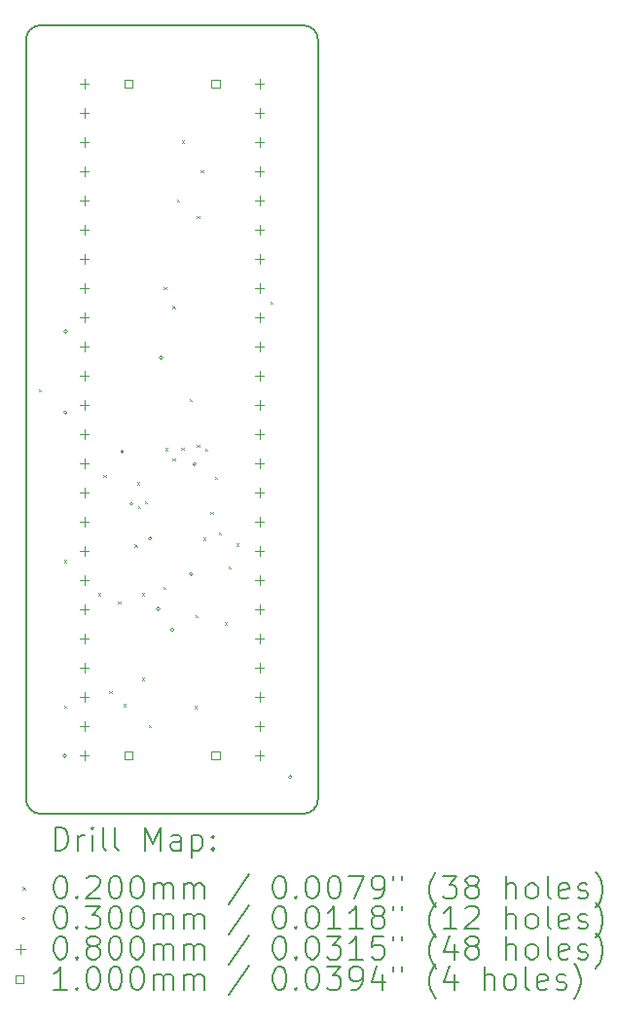
<source format=gbr>
%TF.GenerationSoftware,KiCad,Pcbnew,9.0.7-9.0.7~ubuntu25.10.1*%
%TF.CreationDate,2026-01-14T17:34:37+09:00*%
%TF.ProjectId,bionic-z8001,62696f6e-6963-42d7-9a38-3030312e6b69,1*%
%TF.SameCoordinates,Original*%
%TF.FileFunction,Drillmap*%
%TF.FilePolarity,Positive*%
%FSLAX45Y45*%
G04 Gerber Fmt 4.5, Leading zero omitted, Abs format (unit mm)*
G04 Created by KiCad (PCBNEW 9.0.7-9.0.7~ubuntu25.10.1) date 2026-01-14 17:34:37*
%MOMM*%
%LPD*%
G01*
G04 APERTURE LIST*
%ADD10C,0.150000*%
%ADD11C,0.200000*%
%ADD12C,0.100000*%
G04 APERTURE END LIST*
D10*
X12513000Y-7000000D02*
G75*
G02*
X12640000Y-7127000I0J-127000D01*
G01*
X12640000Y-13731000D02*
G75*
G02*
X12513000Y-13858000I-127000J0D01*
G01*
X10100000Y-7127000D02*
G75*
G02*
X10227000Y-7000000I127000J0D01*
G01*
X12640000Y-7127000D02*
X12640000Y-13731000D01*
X10227000Y-13858000D02*
G75*
G02*
X10100000Y-13731000I0J127000D01*
G01*
X12513000Y-13858000D02*
X10227000Y-13858000D01*
X10100000Y-13731000D02*
X10100000Y-7127000D01*
X10227000Y-7000000D02*
X12513000Y-7000000D01*
D11*
D12*
X10209380Y-10165000D02*
X10229380Y-10185000D01*
X10229380Y-10165000D02*
X10209380Y-10185000D01*
X10432900Y-11650900D02*
X10452900Y-11670900D01*
X10452900Y-11650900D02*
X10432900Y-11670900D01*
X10432900Y-12915820D02*
X10452900Y-12935820D01*
X10452900Y-12915820D02*
X10432900Y-12935820D01*
X10730080Y-11940460D02*
X10750080Y-11960460D01*
X10750080Y-11940460D02*
X10730080Y-11960460D01*
X10773260Y-10909940D02*
X10793260Y-10929940D01*
X10793260Y-10909940D02*
X10773260Y-10929940D01*
X10824060Y-12791360D02*
X10844060Y-12811360D01*
X10844060Y-12791360D02*
X10824060Y-12811360D01*
X10900980Y-12009040D02*
X10920980Y-12029040D01*
X10920980Y-12009040D02*
X10900980Y-12029040D01*
X10945910Y-12903050D02*
X10965910Y-12923050D01*
X10965910Y-12903050D02*
X10945910Y-12923050D01*
X11046085Y-11515235D02*
X11066085Y-11535235D01*
X11066085Y-11515235D02*
X11046085Y-11535235D01*
X11067900Y-10975260D02*
X11087900Y-10995260D01*
X11087900Y-10975260D02*
X11067900Y-10995260D01*
X11074250Y-11182270D02*
X11094250Y-11202270D01*
X11094250Y-11182270D02*
X11074250Y-11202270D01*
X11106000Y-11940460D02*
X11126000Y-11960460D01*
X11126000Y-11940460D02*
X11106000Y-11960460D01*
X11107110Y-12675950D02*
X11127110Y-12695950D01*
X11127110Y-12675950D02*
X11107110Y-12695950D01*
X11132500Y-11140360D02*
X11152500Y-11160360D01*
X11152500Y-11140360D02*
X11132500Y-11160360D01*
X11165690Y-13087270D02*
X11185690Y-13107270D01*
X11185690Y-13087270D02*
X11165690Y-13107270D01*
X11296500Y-11882040D02*
X11316500Y-11902040D01*
X11316500Y-11882040D02*
X11296500Y-11902040D01*
X11300620Y-9276000D02*
X11320620Y-9296000D01*
X11320620Y-9276000D02*
X11300620Y-9296000D01*
X11311670Y-10678010D02*
X11331670Y-10698010D01*
X11331670Y-10678010D02*
X11311670Y-10698010D01*
X11373970Y-9442370D02*
X11393970Y-9462370D01*
X11393970Y-9442370D02*
X11373970Y-9462370D01*
X11375240Y-10768800D02*
X11395240Y-10788800D01*
X11395240Y-10768800D02*
X11375240Y-10788800D01*
X11413340Y-8514000D02*
X11433340Y-8534000D01*
X11433340Y-8514000D02*
X11413340Y-8534000D01*
X11451440Y-10675540D02*
X11471440Y-10695540D01*
X11471440Y-10675540D02*
X11451440Y-10695540D01*
X11453980Y-8003460D02*
X11473980Y-8023460D01*
X11473980Y-8003460D02*
X11453980Y-8023460D01*
X11522500Y-10251360D02*
X11542500Y-10271360D01*
X11542500Y-10251360D02*
X11522500Y-10271360D01*
X11568280Y-12920900D02*
X11588280Y-12940900D01*
X11588280Y-12920900D02*
X11568280Y-12940900D01*
X11575900Y-12130960D02*
X11595900Y-12150960D01*
X11595900Y-12130960D02*
X11575900Y-12150960D01*
X11586060Y-8660220D02*
X11606060Y-8680220D01*
X11606060Y-8660220D02*
X11586060Y-8680220D01*
X11587500Y-10650140D02*
X11607500Y-10670140D01*
X11607500Y-10650140D02*
X11587500Y-10670140D01*
X11621620Y-8260000D02*
X11641620Y-8280000D01*
X11641620Y-8260000D02*
X11621620Y-8280000D01*
X11641940Y-11455320D02*
X11661940Y-11475320D01*
X11661940Y-11455320D02*
X11641940Y-11475320D01*
X11659720Y-10683160D02*
X11679720Y-10703160D01*
X11679720Y-10683160D02*
X11659720Y-10703160D01*
X11704135Y-11233620D02*
X11724135Y-11253620D01*
X11724135Y-11233620D02*
X11704135Y-11253620D01*
X11741630Y-10925090D02*
X11761630Y-10945090D01*
X11761630Y-10925090D02*
X11741630Y-10945090D01*
X11776560Y-11409600D02*
X11796560Y-11429600D01*
X11796560Y-11409600D02*
X11776560Y-11429600D01*
X11829630Y-12194460D02*
X11849630Y-12214460D01*
X11849630Y-12194460D02*
X11829630Y-12214460D01*
X11862920Y-11706780D02*
X11882920Y-11726780D01*
X11882920Y-11706780D02*
X11862920Y-11726780D01*
X11931500Y-11508660D02*
X11951500Y-11528660D01*
X11951500Y-11508660D02*
X11931500Y-11528660D01*
X12228680Y-9405540D02*
X12248680Y-9425540D01*
X12248680Y-9405540D02*
X12228680Y-9425540D01*
X10452820Y-13355080D02*
G75*
G02*
X10422820Y-13355080I-15000J0D01*
G01*
X10422820Y-13355080D02*
G75*
G02*
X10452820Y-13355080I15000J0D01*
G01*
X10457900Y-10368040D02*
G75*
G02*
X10427900Y-10368040I-15000J0D01*
G01*
X10427900Y-10368040D02*
G75*
G02*
X10457900Y-10368040I15000J0D01*
G01*
X10460440Y-9664460D02*
G75*
G02*
X10430440Y-9664460I-15000J0D01*
G01*
X10430440Y-9664460D02*
G75*
G02*
X10460440Y-9664460I15000J0D01*
G01*
X10950660Y-10708400D02*
G75*
G02*
X10920660Y-10708400I-15000J0D01*
G01*
X10920660Y-10708400D02*
G75*
G02*
X10950660Y-10708400I15000J0D01*
G01*
X11031940Y-11163060D02*
G75*
G02*
X11001940Y-11163060I-15000J0D01*
G01*
X11001940Y-11163060D02*
G75*
G02*
X11031940Y-11163060I15000J0D01*
G01*
X11194500Y-11465320D02*
G75*
G02*
X11164500Y-11465320I-15000J0D01*
G01*
X11164500Y-11465320D02*
G75*
G02*
X11194500Y-11465320I15000J0D01*
G01*
X11265620Y-12074920D02*
G75*
G02*
X11235620Y-12074920I-15000J0D01*
G01*
X11235620Y-12074920D02*
G75*
G02*
X11265620Y-12074920I15000J0D01*
G01*
X11291020Y-9893060D02*
G75*
G02*
X11261020Y-9893060I-15000J0D01*
G01*
X11261020Y-9893060D02*
G75*
G02*
X11291020Y-9893060I15000J0D01*
G01*
X11387540Y-12257800D02*
G75*
G02*
X11357540Y-12257800I-15000J0D01*
G01*
X11357540Y-12257800D02*
G75*
G02*
X11387540Y-12257800I15000J0D01*
G01*
X11550100Y-11772660D02*
G75*
G02*
X11520100Y-11772660I-15000J0D01*
G01*
X11520100Y-11772660D02*
G75*
G02*
X11550100Y-11772660I15000J0D01*
G01*
X11580580Y-10815080D02*
G75*
G02*
X11550580Y-10815080I-15000J0D01*
G01*
X11550580Y-10815080D02*
G75*
G02*
X11580580Y-10815080I15000J0D01*
G01*
X12413700Y-13540500D02*
G75*
G02*
X12383700Y-13540500I-15000J0D01*
G01*
X12383700Y-13540500D02*
G75*
G02*
X12413700Y-13540500I15000J0D01*
G01*
X10608000Y-7468000D02*
X10608000Y-7548000D01*
X10568000Y-7508000D02*
X10648000Y-7508000D01*
X10608000Y-7722000D02*
X10608000Y-7802000D01*
X10568000Y-7762000D02*
X10648000Y-7762000D01*
X10608000Y-7976000D02*
X10608000Y-8056000D01*
X10568000Y-8016000D02*
X10648000Y-8016000D01*
X10608000Y-8230000D02*
X10608000Y-8310000D01*
X10568000Y-8270000D02*
X10648000Y-8270000D01*
X10608000Y-8484000D02*
X10608000Y-8564000D01*
X10568000Y-8524000D02*
X10648000Y-8524000D01*
X10608000Y-8738000D02*
X10608000Y-8818000D01*
X10568000Y-8778000D02*
X10648000Y-8778000D01*
X10608000Y-8992000D02*
X10608000Y-9072000D01*
X10568000Y-9032000D02*
X10648000Y-9032000D01*
X10608000Y-9246000D02*
X10608000Y-9326000D01*
X10568000Y-9286000D02*
X10648000Y-9286000D01*
X10608000Y-9500000D02*
X10608000Y-9580000D01*
X10568000Y-9540000D02*
X10648000Y-9540000D01*
X10608000Y-9754000D02*
X10608000Y-9834000D01*
X10568000Y-9794000D02*
X10648000Y-9794000D01*
X10608000Y-10008000D02*
X10608000Y-10088000D01*
X10568000Y-10048000D02*
X10648000Y-10048000D01*
X10608000Y-10262000D02*
X10608000Y-10342000D01*
X10568000Y-10302000D02*
X10648000Y-10302000D01*
X10608000Y-10516000D02*
X10608000Y-10596000D01*
X10568000Y-10556000D02*
X10648000Y-10556000D01*
X10608000Y-10770000D02*
X10608000Y-10850000D01*
X10568000Y-10810000D02*
X10648000Y-10810000D01*
X10608000Y-11024000D02*
X10608000Y-11104000D01*
X10568000Y-11064000D02*
X10648000Y-11064000D01*
X10608000Y-11278000D02*
X10608000Y-11358000D01*
X10568000Y-11318000D02*
X10648000Y-11318000D01*
X10608000Y-11532000D02*
X10608000Y-11612000D01*
X10568000Y-11572000D02*
X10648000Y-11572000D01*
X10608000Y-11786000D02*
X10608000Y-11866000D01*
X10568000Y-11826000D02*
X10648000Y-11826000D01*
X10608000Y-12040000D02*
X10608000Y-12120000D01*
X10568000Y-12080000D02*
X10648000Y-12080000D01*
X10608000Y-12294000D02*
X10608000Y-12374000D01*
X10568000Y-12334000D02*
X10648000Y-12334000D01*
X10608000Y-12548000D02*
X10608000Y-12628000D01*
X10568000Y-12588000D02*
X10648000Y-12588000D01*
X10608000Y-12802000D02*
X10608000Y-12882000D01*
X10568000Y-12842000D02*
X10648000Y-12842000D01*
X10608000Y-13056000D02*
X10608000Y-13136000D01*
X10568000Y-13096000D02*
X10648000Y-13096000D01*
X10608000Y-13310000D02*
X10608000Y-13390000D01*
X10568000Y-13350000D02*
X10648000Y-13350000D01*
X12132000Y-7468000D02*
X12132000Y-7548000D01*
X12092000Y-7508000D02*
X12172000Y-7508000D01*
X12132000Y-7722000D02*
X12132000Y-7802000D01*
X12092000Y-7762000D02*
X12172000Y-7762000D01*
X12132000Y-7976000D02*
X12132000Y-8056000D01*
X12092000Y-8016000D02*
X12172000Y-8016000D01*
X12132000Y-8230000D02*
X12132000Y-8310000D01*
X12092000Y-8270000D02*
X12172000Y-8270000D01*
X12132000Y-8484000D02*
X12132000Y-8564000D01*
X12092000Y-8524000D02*
X12172000Y-8524000D01*
X12132000Y-8738000D02*
X12132000Y-8818000D01*
X12092000Y-8778000D02*
X12172000Y-8778000D01*
X12132000Y-8992000D02*
X12132000Y-9072000D01*
X12092000Y-9032000D02*
X12172000Y-9032000D01*
X12132000Y-9246000D02*
X12132000Y-9326000D01*
X12092000Y-9286000D02*
X12172000Y-9286000D01*
X12132000Y-9500000D02*
X12132000Y-9580000D01*
X12092000Y-9540000D02*
X12172000Y-9540000D01*
X12132000Y-9754000D02*
X12132000Y-9834000D01*
X12092000Y-9794000D02*
X12172000Y-9794000D01*
X12132000Y-10008000D02*
X12132000Y-10088000D01*
X12092000Y-10048000D02*
X12172000Y-10048000D01*
X12132000Y-10262000D02*
X12132000Y-10342000D01*
X12092000Y-10302000D02*
X12172000Y-10302000D01*
X12132000Y-10516000D02*
X12132000Y-10596000D01*
X12092000Y-10556000D02*
X12172000Y-10556000D01*
X12132000Y-10770000D02*
X12132000Y-10850000D01*
X12092000Y-10810000D02*
X12172000Y-10810000D01*
X12132000Y-11024000D02*
X12132000Y-11104000D01*
X12092000Y-11064000D02*
X12172000Y-11064000D01*
X12132000Y-11278000D02*
X12132000Y-11358000D01*
X12092000Y-11318000D02*
X12172000Y-11318000D01*
X12132000Y-11532000D02*
X12132000Y-11612000D01*
X12092000Y-11572000D02*
X12172000Y-11572000D01*
X12132000Y-11786000D02*
X12132000Y-11866000D01*
X12092000Y-11826000D02*
X12172000Y-11826000D01*
X12132000Y-12040000D02*
X12132000Y-12120000D01*
X12092000Y-12080000D02*
X12172000Y-12080000D01*
X12132000Y-12294000D02*
X12132000Y-12374000D01*
X12092000Y-12334000D02*
X12172000Y-12334000D01*
X12132000Y-12548000D02*
X12132000Y-12628000D01*
X12092000Y-12588000D02*
X12172000Y-12588000D01*
X12132000Y-12802000D02*
X12132000Y-12882000D01*
X12092000Y-12842000D02*
X12172000Y-12842000D01*
X12132000Y-13056000D02*
X12132000Y-13136000D01*
X12092000Y-13096000D02*
X12172000Y-13096000D01*
X12132000Y-13310000D02*
X12132000Y-13390000D01*
X12092000Y-13350000D02*
X12172000Y-13350000D01*
X11026436Y-7543356D02*
X11026436Y-7472644D01*
X10955724Y-7472644D01*
X10955724Y-7543356D01*
X11026436Y-7543356D01*
X11026436Y-13385356D02*
X11026436Y-13314644D01*
X10955724Y-13314644D01*
X10955724Y-13385356D01*
X11026436Y-13385356D01*
X11783816Y-7543356D02*
X11783816Y-7472644D01*
X11713104Y-7472644D01*
X11713104Y-7543356D01*
X11783816Y-7543356D01*
X11783816Y-13385356D02*
X11783816Y-13314644D01*
X11713104Y-13314644D01*
X11713104Y-13385356D01*
X11783816Y-13385356D01*
D11*
X10353277Y-14176984D02*
X10353277Y-13976984D01*
X10353277Y-13976984D02*
X10400896Y-13976984D01*
X10400896Y-13976984D02*
X10429467Y-13986508D01*
X10429467Y-13986508D02*
X10448515Y-14005555D01*
X10448515Y-14005555D02*
X10458039Y-14024603D01*
X10458039Y-14024603D02*
X10467563Y-14062698D01*
X10467563Y-14062698D02*
X10467563Y-14091269D01*
X10467563Y-14091269D02*
X10458039Y-14129365D01*
X10458039Y-14129365D02*
X10448515Y-14148412D01*
X10448515Y-14148412D02*
X10429467Y-14167460D01*
X10429467Y-14167460D02*
X10400896Y-14176984D01*
X10400896Y-14176984D02*
X10353277Y-14176984D01*
X10553277Y-14176984D02*
X10553277Y-14043650D01*
X10553277Y-14081746D02*
X10562801Y-14062698D01*
X10562801Y-14062698D02*
X10572324Y-14053174D01*
X10572324Y-14053174D02*
X10591372Y-14043650D01*
X10591372Y-14043650D02*
X10610420Y-14043650D01*
X10677086Y-14176984D02*
X10677086Y-14043650D01*
X10677086Y-13976984D02*
X10667563Y-13986508D01*
X10667563Y-13986508D02*
X10677086Y-13996031D01*
X10677086Y-13996031D02*
X10686610Y-13986508D01*
X10686610Y-13986508D02*
X10677086Y-13976984D01*
X10677086Y-13976984D02*
X10677086Y-13996031D01*
X10800896Y-14176984D02*
X10781848Y-14167460D01*
X10781848Y-14167460D02*
X10772324Y-14148412D01*
X10772324Y-14148412D02*
X10772324Y-13976984D01*
X10905658Y-14176984D02*
X10886610Y-14167460D01*
X10886610Y-14167460D02*
X10877086Y-14148412D01*
X10877086Y-14148412D02*
X10877086Y-13976984D01*
X11134229Y-14176984D02*
X11134229Y-13976984D01*
X11134229Y-13976984D02*
X11200896Y-14119841D01*
X11200896Y-14119841D02*
X11267562Y-13976984D01*
X11267562Y-13976984D02*
X11267562Y-14176984D01*
X11448515Y-14176984D02*
X11448515Y-14072222D01*
X11448515Y-14072222D02*
X11438991Y-14053174D01*
X11438991Y-14053174D02*
X11419943Y-14043650D01*
X11419943Y-14043650D02*
X11381848Y-14043650D01*
X11381848Y-14043650D02*
X11362801Y-14053174D01*
X11448515Y-14167460D02*
X11429467Y-14176984D01*
X11429467Y-14176984D02*
X11381848Y-14176984D01*
X11381848Y-14176984D02*
X11362801Y-14167460D01*
X11362801Y-14167460D02*
X11353277Y-14148412D01*
X11353277Y-14148412D02*
X11353277Y-14129365D01*
X11353277Y-14129365D02*
X11362801Y-14110317D01*
X11362801Y-14110317D02*
X11381848Y-14100793D01*
X11381848Y-14100793D02*
X11429467Y-14100793D01*
X11429467Y-14100793D02*
X11448515Y-14091269D01*
X11543753Y-14043650D02*
X11543753Y-14243650D01*
X11543753Y-14053174D02*
X11562801Y-14043650D01*
X11562801Y-14043650D02*
X11600896Y-14043650D01*
X11600896Y-14043650D02*
X11619943Y-14053174D01*
X11619943Y-14053174D02*
X11629467Y-14062698D01*
X11629467Y-14062698D02*
X11638991Y-14081746D01*
X11638991Y-14081746D02*
X11638991Y-14138888D01*
X11638991Y-14138888D02*
X11629467Y-14157936D01*
X11629467Y-14157936D02*
X11619943Y-14167460D01*
X11619943Y-14167460D02*
X11600896Y-14176984D01*
X11600896Y-14176984D02*
X11562801Y-14176984D01*
X11562801Y-14176984D02*
X11543753Y-14167460D01*
X11724705Y-14157936D02*
X11734229Y-14167460D01*
X11734229Y-14167460D02*
X11724705Y-14176984D01*
X11724705Y-14176984D02*
X11715182Y-14167460D01*
X11715182Y-14167460D02*
X11724705Y-14157936D01*
X11724705Y-14157936D02*
X11724705Y-14176984D01*
X11724705Y-14053174D02*
X11734229Y-14062698D01*
X11734229Y-14062698D02*
X11724705Y-14072222D01*
X11724705Y-14072222D02*
X11715182Y-14062698D01*
X11715182Y-14062698D02*
X11724705Y-14053174D01*
X11724705Y-14053174D02*
X11724705Y-14072222D01*
D12*
X10072500Y-14495500D02*
X10092500Y-14515500D01*
X10092500Y-14495500D02*
X10072500Y-14515500D01*
D11*
X10391372Y-14396984D02*
X10410420Y-14396984D01*
X10410420Y-14396984D02*
X10429467Y-14406508D01*
X10429467Y-14406508D02*
X10438991Y-14416031D01*
X10438991Y-14416031D02*
X10448515Y-14435079D01*
X10448515Y-14435079D02*
X10458039Y-14473174D01*
X10458039Y-14473174D02*
X10458039Y-14520793D01*
X10458039Y-14520793D02*
X10448515Y-14558888D01*
X10448515Y-14558888D02*
X10438991Y-14577936D01*
X10438991Y-14577936D02*
X10429467Y-14587460D01*
X10429467Y-14587460D02*
X10410420Y-14596984D01*
X10410420Y-14596984D02*
X10391372Y-14596984D01*
X10391372Y-14596984D02*
X10372324Y-14587460D01*
X10372324Y-14587460D02*
X10362801Y-14577936D01*
X10362801Y-14577936D02*
X10353277Y-14558888D01*
X10353277Y-14558888D02*
X10343753Y-14520793D01*
X10343753Y-14520793D02*
X10343753Y-14473174D01*
X10343753Y-14473174D02*
X10353277Y-14435079D01*
X10353277Y-14435079D02*
X10362801Y-14416031D01*
X10362801Y-14416031D02*
X10372324Y-14406508D01*
X10372324Y-14406508D02*
X10391372Y-14396984D01*
X10543753Y-14577936D02*
X10553277Y-14587460D01*
X10553277Y-14587460D02*
X10543753Y-14596984D01*
X10543753Y-14596984D02*
X10534229Y-14587460D01*
X10534229Y-14587460D02*
X10543753Y-14577936D01*
X10543753Y-14577936D02*
X10543753Y-14596984D01*
X10629467Y-14416031D02*
X10638991Y-14406508D01*
X10638991Y-14406508D02*
X10658039Y-14396984D01*
X10658039Y-14396984D02*
X10705658Y-14396984D01*
X10705658Y-14396984D02*
X10724705Y-14406508D01*
X10724705Y-14406508D02*
X10734229Y-14416031D01*
X10734229Y-14416031D02*
X10743753Y-14435079D01*
X10743753Y-14435079D02*
X10743753Y-14454127D01*
X10743753Y-14454127D02*
X10734229Y-14482698D01*
X10734229Y-14482698D02*
X10619944Y-14596984D01*
X10619944Y-14596984D02*
X10743753Y-14596984D01*
X10867563Y-14396984D02*
X10886610Y-14396984D01*
X10886610Y-14396984D02*
X10905658Y-14406508D01*
X10905658Y-14406508D02*
X10915182Y-14416031D01*
X10915182Y-14416031D02*
X10924705Y-14435079D01*
X10924705Y-14435079D02*
X10934229Y-14473174D01*
X10934229Y-14473174D02*
X10934229Y-14520793D01*
X10934229Y-14520793D02*
X10924705Y-14558888D01*
X10924705Y-14558888D02*
X10915182Y-14577936D01*
X10915182Y-14577936D02*
X10905658Y-14587460D01*
X10905658Y-14587460D02*
X10886610Y-14596984D01*
X10886610Y-14596984D02*
X10867563Y-14596984D01*
X10867563Y-14596984D02*
X10848515Y-14587460D01*
X10848515Y-14587460D02*
X10838991Y-14577936D01*
X10838991Y-14577936D02*
X10829467Y-14558888D01*
X10829467Y-14558888D02*
X10819944Y-14520793D01*
X10819944Y-14520793D02*
X10819944Y-14473174D01*
X10819944Y-14473174D02*
X10829467Y-14435079D01*
X10829467Y-14435079D02*
X10838991Y-14416031D01*
X10838991Y-14416031D02*
X10848515Y-14406508D01*
X10848515Y-14406508D02*
X10867563Y-14396984D01*
X11058039Y-14396984D02*
X11077086Y-14396984D01*
X11077086Y-14396984D02*
X11096134Y-14406508D01*
X11096134Y-14406508D02*
X11105658Y-14416031D01*
X11105658Y-14416031D02*
X11115182Y-14435079D01*
X11115182Y-14435079D02*
X11124705Y-14473174D01*
X11124705Y-14473174D02*
X11124705Y-14520793D01*
X11124705Y-14520793D02*
X11115182Y-14558888D01*
X11115182Y-14558888D02*
X11105658Y-14577936D01*
X11105658Y-14577936D02*
X11096134Y-14587460D01*
X11096134Y-14587460D02*
X11077086Y-14596984D01*
X11077086Y-14596984D02*
X11058039Y-14596984D01*
X11058039Y-14596984D02*
X11038991Y-14587460D01*
X11038991Y-14587460D02*
X11029467Y-14577936D01*
X11029467Y-14577936D02*
X11019944Y-14558888D01*
X11019944Y-14558888D02*
X11010420Y-14520793D01*
X11010420Y-14520793D02*
X11010420Y-14473174D01*
X11010420Y-14473174D02*
X11019944Y-14435079D01*
X11019944Y-14435079D02*
X11029467Y-14416031D01*
X11029467Y-14416031D02*
X11038991Y-14406508D01*
X11038991Y-14406508D02*
X11058039Y-14396984D01*
X11210420Y-14596984D02*
X11210420Y-14463650D01*
X11210420Y-14482698D02*
X11219943Y-14473174D01*
X11219943Y-14473174D02*
X11238991Y-14463650D01*
X11238991Y-14463650D02*
X11267563Y-14463650D01*
X11267563Y-14463650D02*
X11286610Y-14473174D01*
X11286610Y-14473174D02*
X11296134Y-14492222D01*
X11296134Y-14492222D02*
X11296134Y-14596984D01*
X11296134Y-14492222D02*
X11305658Y-14473174D01*
X11305658Y-14473174D02*
X11324705Y-14463650D01*
X11324705Y-14463650D02*
X11353277Y-14463650D01*
X11353277Y-14463650D02*
X11372324Y-14473174D01*
X11372324Y-14473174D02*
X11381848Y-14492222D01*
X11381848Y-14492222D02*
X11381848Y-14596984D01*
X11477086Y-14596984D02*
X11477086Y-14463650D01*
X11477086Y-14482698D02*
X11486610Y-14473174D01*
X11486610Y-14473174D02*
X11505658Y-14463650D01*
X11505658Y-14463650D02*
X11534229Y-14463650D01*
X11534229Y-14463650D02*
X11553277Y-14473174D01*
X11553277Y-14473174D02*
X11562801Y-14492222D01*
X11562801Y-14492222D02*
X11562801Y-14596984D01*
X11562801Y-14492222D02*
X11572324Y-14473174D01*
X11572324Y-14473174D02*
X11591372Y-14463650D01*
X11591372Y-14463650D02*
X11619943Y-14463650D01*
X11619943Y-14463650D02*
X11638991Y-14473174D01*
X11638991Y-14473174D02*
X11648515Y-14492222D01*
X11648515Y-14492222D02*
X11648515Y-14596984D01*
X12038991Y-14387460D02*
X11867563Y-14644603D01*
X12296134Y-14396984D02*
X12315182Y-14396984D01*
X12315182Y-14396984D02*
X12334229Y-14406508D01*
X12334229Y-14406508D02*
X12343753Y-14416031D01*
X12343753Y-14416031D02*
X12353277Y-14435079D01*
X12353277Y-14435079D02*
X12362801Y-14473174D01*
X12362801Y-14473174D02*
X12362801Y-14520793D01*
X12362801Y-14520793D02*
X12353277Y-14558888D01*
X12353277Y-14558888D02*
X12343753Y-14577936D01*
X12343753Y-14577936D02*
X12334229Y-14587460D01*
X12334229Y-14587460D02*
X12315182Y-14596984D01*
X12315182Y-14596984D02*
X12296134Y-14596984D01*
X12296134Y-14596984D02*
X12277086Y-14587460D01*
X12277086Y-14587460D02*
X12267563Y-14577936D01*
X12267563Y-14577936D02*
X12258039Y-14558888D01*
X12258039Y-14558888D02*
X12248515Y-14520793D01*
X12248515Y-14520793D02*
X12248515Y-14473174D01*
X12248515Y-14473174D02*
X12258039Y-14435079D01*
X12258039Y-14435079D02*
X12267563Y-14416031D01*
X12267563Y-14416031D02*
X12277086Y-14406508D01*
X12277086Y-14406508D02*
X12296134Y-14396984D01*
X12448515Y-14577936D02*
X12458039Y-14587460D01*
X12458039Y-14587460D02*
X12448515Y-14596984D01*
X12448515Y-14596984D02*
X12438991Y-14587460D01*
X12438991Y-14587460D02*
X12448515Y-14577936D01*
X12448515Y-14577936D02*
X12448515Y-14596984D01*
X12581848Y-14396984D02*
X12600896Y-14396984D01*
X12600896Y-14396984D02*
X12619944Y-14406508D01*
X12619944Y-14406508D02*
X12629467Y-14416031D01*
X12629467Y-14416031D02*
X12638991Y-14435079D01*
X12638991Y-14435079D02*
X12648515Y-14473174D01*
X12648515Y-14473174D02*
X12648515Y-14520793D01*
X12648515Y-14520793D02*
X12638991Y-14558888D01*
X12638991Y-14558888D02*
X12629467Y-14577936D01*
X12629467Y-14577936D02*
X12619944Y-14587460D01*
X12619944Y-14587460D02*
X12600896Y-14596984D01*
X12600896Y-14596984D02*
X12581848Y-14596984D01*
X12581848Y-14596984D02*
X12562801Y-14587460D01*
X12562801Y-14587460D02*
X12553277Y-14577936D01*
X12553277Y-14577936D02*
X12543753Y-14558888D01*
X12543753Y-14558888D02*
X12534229Y-14520793D01*
X12534229Y-14520793D02*
X12534229Y-14473174D01*
X12534229Y-14473174D02*
X12543753Y-14435079D01*
X12543753Y-14435079D02*
X12553277Y-14416031D01*
X12553277Y-14416031D02*
X12562801Y-14406508D01*
X12562801Y-14406508D02*
X12581848Y-14396984D01*
X12772325Y-14396984D02*
X12791372Y-14396984D01*
X12791372Y-14396984D02*
X12810420Y-14406508D01*
X12810420Y-14406508D02*
X12819944Y-14416031D01*
X12819944Y-14416031D02*
X12829467Y-14435079D01*
X12829467Y-14435079D02*
X12838991Y-14473174D01*
X12838991Y-14473174D02*
X12838991Y-14520793D01*
X12838991Y-14520793D02*
X12829467Y-14558888D01*
X12829467Y-14558888D02*
X12819944Y-14577936D01*
X12819944Y-14577936D02*
X12810420Y-14587460D01*
X12810420Y-14587460D02*
X12791372Y-14596984D01*
X12791372Y-14596984D02*
X12772325Y-14596984D01*
X12772325Y-14596984D02*
X12753277Y-14587460D01*
X12753277Y-14587460D02*
X12743753Y-14577936D01*
X12743753Y-14577936D02*
X12734229Y-14558888D01*
X12734229Y-14558888D02*
X12724706Y-14520793D01*
X12724706Y-14520793D02*
X12724706Y-14473174D01*
X12724706Y-14473174D02*
X12734229Y-14435079D01*
X12734229Y-14435079D02*
X12743753Y-14416031D01*
X12743753Y-14416031D02*
X12753277Y-14406508D01*
X12753277Y-14406508D02*
X12772325Y-14396984D01*
X12905658Y-14396984D02*
X13038991Y-14396984D01*
X13038991Y-14396984D02*
X12953277Y-14596984D01*
X13124706Y-14596984D02*
X13162801Y-14596984D01*
X13162801Y-14596984D02*
X13181848Y-14587460D01*
X13181848Y-14587460D02*
X13191372Y-14577936D01*
X13191372Y-14577936D02*
X13210420Y-14549365D01*
X13210420Y-14549365D02*
X13219944Y-14511269D01*
X13219944Y-14511269D02*
X13219944Y-14435079D01*
X13219944Y-14435079D02*
X13210420Y-14416031D01*
X13210420Y-14416031D02*
X13200896Y-14406508D01*
X13200896Y-14406508D02*
X13181848Y-14396984D01*
X13181848Y-14396984D02*
X13143753Y-14396984D01*
X13143753Y-14396984D02*
X13124706Y-14406508D01*
X13124706Y-14406508D02*
X13115182Y-14416031D01*
X13115182Y-14416031D02*
X13105658Y-14435079D01*
X13105658Y-14435079D02*
X13105658Y-14482698D01*
X13105658Y-14482698D02*
X13115182Y-14501746D01*
X13115182Y-14501746D02*
X13124706Y-14511269D01*
X13124706Y-14511269D02*
X13143753Y-14520793D01*
X13143753Y-14520793D02*
X13181848Y-14520793D01*
X13181848Y-14520793D02*
X13200896Y-14511269D01*
X13200896Y-14511269D02*
X13210420Y-14501746D01*
X13210420Y-14501746D02*
X13219944Y-14482698D01*
X13296134Y-14396984D02*
X13296134Y-14435079D01*
X13372325Y-14396984D02*
X13372325Y-14435079D01*
X13667563Y-14673174D02*
X13658039Y-14663650D01*
X13658039Y-14663650D02*
X13638991Y-14635079D01*
X13638991Y-14635079D02*
X13629468Y-14616031D01*
X13629468Y-14616031D02*
X13619944Y-14587460D01*
X13619944Y-14587460D02*
X13610420Y-14539841D01*
X13610420Y-14539841D02*
X13610420Y-14501746D01*
X13610420Y-14501746D02*
X13619944Y-14454127D01*
X13619944Y-14454127D02*
X13629468Y-14425555D01*
X13629468Y-14425555D02*
X13638991Y-14406508D01*
X13638991Y-14406508D02*
X13658039Y-14377936D01*
X13658039Y-14377936D02*
X13667563Y-14368412D01*
X13724706Y-14396984D02*
X13848515Y-14396984D01*
X13848515Y-14396984D02*
X13781848Y-14473174D01*
X13781848Y-14473174D02*
X13810420Y-14473174D01*
X13810420Y-14473174D02*
X13829468Y-14482698D01*
X13829468Y-14482698D02*
X13838991Y-14492222D01*
X13838991Y-14492222D02*
X13848515Y-14511269D01*
X13848515Y-14511269D02*
X13848515Y-14558888D01*
X13848515Y-14558888D02*
X13838991Y-14577936D01*
X13838991Y-14577936D02*
X13829468Y-14587460D01*
X13829468Y-14587460D02*
X13810420Y-14596984D01*
X13810420Y-14596984D02*
X13753277Y-14596984D01*
X13753277Y-14596984D02*
X13734229Y-14587460D01*
X13734229Y-14587460D02*
X13724706Y-14577936D01*
X13962801Y-14482698D02*
X13943753Y-14473174D01*
X13943753Y-14473174D02*
X13934229Y-14463650D01*
X13934229Y-14463650D02*
X13924706Y-14444603D01*
X13924706Y-14444603D02*
X13924706Y-14435079D01*
X13924706Y-14435079D02*
X13934229Y-14416031D01*
X13934229Y-14416031D02*
X13943753Y-14406508D01*
X13943753Y-14406508D02*
X13962801Y-14396984D01*
X13962801Y-14396984D02*
X14000896Y-14396984D01*
X14000896Y-14396984D02*
X14019944Y-14406508D01*
X14019944Y-14406508D02*
X14029468Y-14416031D01*
X14029468Y-14416031D02*
X14038991Y-14435079D01*
X14038991Y-14435079D02*
X14038991Y-14444603D01*
X14038991Y-14444603D02*
X14029468Y-14463650D01*
X14029468Y-14463650D02*
X14019944Y-14473174D01*
X14019944Y-14473174D02*
X14000896Y-14482698D01*
X14000896Y-14482698D02*
X13962801Y-14482698D01*
X13962801Y-14482698D02*
X13943753Y-14492222D01*
X13943753Y-14492222D02*
X13934229Y-14501746D01*
X13934229Y-14501746D02*
X13924706Y-14520793D01*
X13924706Y-14520793D02*
X13924706Y-14558888D01*
X13924706Y-14558888D02*
X13934229Y-14577936D01*
X13934229Y-14577936D02*
X13943753Y-14587460D01*
X13943753Y-14587460D02*
X13962801Y-14596984D01*
X13962801Y-14596984D02*
X14000896Y-14596984D01*
X14000896Y-14596984D02*
X14019944Y-14587460D01*
X14019944Y-14587460D02*
X14029468Y-14577936D01*
X14029468Y-14577936D02*
X14038991Y-14558888D01*
X14038991Y-14558888D02*
X14038991Y-14520793D01*
X14038991Y-14520793D02*
X14029468Y-14501746D01*
X14029468Y-14501746D02*
X14019944Y-14492222D01*
X14019944Y-14492222D02*
X14000896Y-14482698D01*
X14277087Y-14596984D02*
X14277087Y-14396984D01*
X14362801Y-14596984D02*
X14362801Y-14492222D01*
X14362801Y-14492222D02*
X14353277Y-14473174D01*
X14353277Y-14473174D02*
X14334230Y-14463650D01*
X14334230Y-14463650D02*
X14305658Y-14463650D01*
X14305658Y-14463650D02*
X14286610Y-14473174D01*
X14286610Y-14473174D02*
X14277087Y-14482698D01*
X14486610Y-14596984D02*
X14467563Y-14587460D01*
X14467563Y-14587460D02*
X14458039Y-14577936D01*
X14458039Y-14577936D02*
X14448515Y-14558888D01*
X14448515Y-14558888D02*
X14448515Y-14501746D01*
X14448515Y-14501746D02*
X14458039Y-14482698D01*
X14458039Y-14482698D02*
X14467563Y-14473174D01*
X14467563Y-14473174D02*
X14486610Y-14463650D01*
X14486610Y-14463650D02*
X14515182Y-14463650D01*
X14515182Y-14463650D02*
X14534230Y-14473174D01*
X14534230Y-14473174D02*
X14543753Y-14482698D01*
X14543753Y-14482698D02*
X14553277Y-14501746D01*
X14553277Y-14501746D02*
X14553277Y-14558888D01*
X14553277Y-14558888D02*
X14543753Y-14577936D01*
X14543753Y-14577936D02*
X14534230Y-14587460D01*
X14534230Y-14587460D02*
X14515182Y-14596984D01*
X14515182Y-14596984D02*
X14486610Y-14596984D01*
X14667563Y-14596984D02*
X14648515Y-14587460D01*
X14648515Y-14587460D02*
X14638991Y-14568412D01*
X14638991Y-14568412D02*
X14638991Y-14396984D01*
X14819944Y-14587460D02*
X14800896Y-14596984D01*
X14800896Y-14596984D02*
X14762801Y-14596984D01*
X14762801Y-14596984D02*
X14743753Y-14587460D01*
X14743753Y-14587460D02*
X14734230Y-14568412D01*
X14734230Y-14568412D02*
X14734230Y-14492222D01*
X14734230Y-14492222D02*
X14743753Y-14473174D01*
X14743753Y-14473174D02*
X14762801Y-14463650D01*
X14762801Y-14463650D02*
X14800896Y-14463650D01*
X14800896Y-14463650D02*
X14819944Y-14473174D01*
X14819944Y-14473174D02*
X14829468Y-14492222D01*
X14829468Y-14492222D02*
X14829468Y-14511269D01*
X14829468Y-14511269D02*
X14734230Y-14530317D01*
X14905658Y-14587460D02*
X14924706Y-14596984D01*
X14924706Y-14596984D02*
X14962801Y-14596984D01*
X14962801Y-14596984D02*
X14981849Y-14587460D01*
X14981849Y-14587460D02*
X14991372Y-14568412D01*
X14991372Y-14568412D02*
X14991372Y-14558888D01*
X14991372Y-14558888D02*
X14981849Y-14539841D01*
X14981849Y-14539841D02*
X14962801Y-14530317D01*
X14962801Y-14530317D02*
X14934230Y-14530317D01*
X14934230Y-14530317D02*
X14915182Y-14520793D01*
X14915182Y-14520793D02*
X14905658Y-14501746D01*
X14905658Y-14501746D02*
X14905658Y-14492222D01*
X14905658Y-14492222D02*
X14915182Y-14473174D01*
X14915182Y-14473174D02*
X14934230Y-14463650D01*
X14934230Y-14463650D02*
X14962801Y-14463650D01*
X14962801Y-14463650D02*
X14981849Y-14473174D01*
X15058039Y-14673174D02*
X15067563Y-14663650D01*
X15067563Y-14663650D02*
X15086611Y-14635079D01*
X15086611Y-14635079D02*
X15096134Y-14616031D01*
X15096134Y-14616031D02*
X15105658Y-14587460D01*
X15105658Y-14587460D02*
X15115182Y-14539841D01*
X15115182Y-14539841D02*
X15115182Y-14501746D01*
X15115182Y-14501746D02*
X15105658Y-14454127D01*
X15105658Y-14454127D02*
X15096134Y-14425555D01*
X15096134Y-14425555D02*
X15086611Y-14406508D01*
X15086611Y-14406508D02*
X15067563Y-14377936D01*
X15067563Y-14377936D02*
X15058039Y-14368412D01*
D12*
X10092500Y-14769500D02*
G75*
G02*
X10062500Y-14769500I-15000J0D01*
G01*
X10062500Y-14769500D02*
G75*
G02*
X10092500Y-14769500I15000J0D01*
G01*
D11*
X10391372Y-14660984D02*
X10410420Y-14660984D01*
X10410420Y-14660984D02*
X10429467Y-14670508D01*
X10429467Y-14670508D02*
X10438991Y-14680031D01*
X10438991Y-14680031D02*
X10448515Y-14699079D01*
X10448515Y-14699079D02*
X10458039Y-14737174D01*
X10458039Y-14737174D02*
X10458039Y-14784793D01*
X10458039Y-14784793D02*
X10448515Y-14822888D01*
X10448515Y-14822888D02*
X10438991Y-14841936D01*
X10438991Y-14841936D02*
X10429467Y-14851460D01*
X10429467Y-14851460D02*
X10410420Y-14860984D01*
X10410420Y-14860984D02*
X10391372Y-14860984D01*
X10391372Y-14860984D02*
X10372324Y-14851460D01*
X10372324Y-14851460D02*
X10362801Y-14841936D01*
X10362801Y-14841936D02*
X10353277Y-14822888D01*
X10353277Y-14822888D02*
X10343753Y-14784793D01*
X10343753Y-14784793D02*
X10343753Y-14737174D01*
X10343753Y-14737174D02*
X10353277Y-14699079D01*
X10353277Y-14699079D02*
X10362801Y-14680031D01*
X10362801Y-14680031D02*
X10372324Y-14670508D01*
X10372324Y-14670508D02*
X10391372Y-14660984D01*
X10543753Y-14841936D02*
X10553277Y-14851460D01*
X10553277Y-14851460D02*
X10543753Y-14860984D01*
X10543753Y-14860984D02*
X10534229Y-14851460D01*
X10534229Y-14851460D02*
X10543753Y-14841936D01*
X10543753Y-14841936D02*
X10543753Y-14860984D01*
X10619944Y-14660984D02*
X10743753Y-14660984D01*
X10743753Y-14660984D02*
X10677086Y-14737174D01*
X10677086Y-14737174D02*
X10705658Y-14737174D01*
X10705658Y-14737174D02*
X10724705Y-14746698D01*
X10724705Y-14746698D02*
X10734229Y-14756222D01*
X10734229Y-14756222D02*
X10743753Y-14775269D01*
X10743753Y-14775269D02*
X10743753Y-14822888D01*
X10743753Y-14822888D02*
X10734229Y-14841936D01*
X10734229Y-14841936D02*
X10724705Y-14851460D01*
X10724705Y-14851460D02*
X10705658Y-14860984D01*
X10705658Y-14860984D02*
X10648515Y-14860984D01*
X10648515Y-14860984D02*
X10629467Y-14851460D01*
X10629467Y-14851460D02*
X10619944Y-14841936D01*
X10867563Y-14660984D02*
X10886610Y-14660984D01*
X10886610Y-14660984D02*
X10905658Y-14670508D01*
X10905658Y-14670508D02*
X10915182Y-14680031D01*
X10915182Y-14680031D02*
X10924705Y-14699079D01*
X10924705Y-14699079D02*
X10934229Y-14737174D01*
X10934229Y-14737174D02*
X10934229Y-14784793D01*
X10934229Y-14784793D02*
X10924705Y-14822888D01*
X10924705Y-14822888D02*
X10915182Y-14841936D01*
X10915182Y-14841936D02*
X10905658Y-14851460D01*
X10905658Y-14851460D02*
X10886610Y-14860984D01*
X10886610Y-14860984D02*
X10867563Y-14860984D01*
X10867563Y-14860984D02*
X10848515Y-14851460D01*
X10848515Y-14851460D02*
X10838991Y-14841936D01*
X10838991Y-14841936D02*
X10829467Y-14822888D01*
X10829467Y-14822888D02*
X10819944Y-14784793D01*
X10819944Y-14784793D02*
X10819944Y-14737174D01*
X10819944Y-14737174D02*
X10829467Y-14699079D01*
X10829467Y-14699079D02*
X10838991Y-14680031D01*
X10838991Y-14680031D02*
X10848515Y-14670508D01*
X10848515Y-14670508D02*
X10867563Y-14660984D01*
X11058039Y-14660984D02*
X11077086Y-14660984D01*
X11077086Y-14660984D02*
X11096134Y-14670508D01*
X11096134Y-14670508D02*
X11105658Y-14680031D01*
X11105658Y-14680031D02*
X11115182Y-14699079D01*
X11115182Y-14699079D02*
X11124705Y-14737174D01*
X11124705Y-14737174D02*
X11124705Y-14784793D01*
X11124705Y-14784793D02*
X11115182Y-14822888D01*
X11115182Y-14822888D02*
X11105658Y-14841936D01*
X11105658Y-14841936D02*
X11096134Y-14851460D01*
X11096134Y-14851460D02*
X11077086Y-14860984D01*
X11077086Y-14860984D02*
X11058039Y-14860984D01*
X11058039Y-14860984D02*
X11038991Y-14851460D01*
X11038991Y-14851460D02*
X11029467Y-14841936D01*
X11029467Y-14841936D02*
X11019944Y-14822888D01*
X11019944Y-14822888D02*
X11010420Y-14784793D01*
X11010420Y-14784793D02*
X11010420Y-14737174D01*
X11010420Y-14737174D02*
X11019944Y-14699079D01*
X11019944Y-14699079D02*
X11029467Y-14680031D01*
X11029467Y-14680031D02*
X11038991Y-14670508D01*
X11038991Y-14670508D02*
X11058039Y-14660984D01*
X11210420Y-14860984D02*
X11210420Y-14727650D01*
X11210420Y-14746698D02*
X11219943Y-14737174D01*
X11219943Y-14737174D02*
X11238991Y-14727650D01*
X11238991Y-14727650D02*
X11267563Y-14727650D01*
X11267563Y-14727650D02*
X11286610Y-14737174D01*
X11286610Y-14737174D02*
X11296134Y-14756222D01*
X11296134Y-14756222D02*
X11296134Y-14860984D01*
X11296134Y-14756222D02*
X11305658Y-14737174D01*
X11305658Y-14737174D02*
X11324705Y-14727650D01*
X11324705Y-14727650D02*
X11353277Y-14727650D01*
X11353277Y-14727650D02*
X11372324Y-14737174D01*
X11372324Y-14737174D02*
X11381848Y-14756222D01*
X11381848Y-14756222D02*
X11381848Y-14860984D01*
X11477086Y-14860984D02*
X11477086Y-14727650D01*
X11477086Y-14746698D02*
X11486610Y-14737174D01*
X11486610Y-14737174D02*
X11505658Y-14727650D01*
X11505658Y-14727650D02*
X11534229Y-14727650D01*
X11534229Y-14727650D02*
X11553277Y-14737174D01*
X11553277Y-14737174D02*
X11562801Y-14756222D01*
X11562801Y-14756222D02*
X11562801Y-14860984D01*
X11562801Y-14756222D02*
X11572324Y-14737174D01*
X11572324Y-14737174D02*
X11591372Y-14727650D01*
X11591372Y-14727650D02*
X11619943Y-14727650D01*
X11619943Y-14727650D02*
X11638991Y-14737174D01*
X11638991Y-14737174D02*
X11648515Y-14756222D01*
X11648515Y-14756222D02*
X11648515Y-14860984D01*
X12038991Y-14651460D02*
X11867563Y-14908603D01*
X12296134Y-14660984D02*
X12315182Y-14660984D01*
X12315182Y-14660984D02*
X12334229Y-14670508D01*
X12334229Y-14670508D02*
X12343753Y-14680031D01*
X12343753Y-14680031D02*
X12353277Y-14699079D01*
X12353277Y-14699079D02*
X12362801Y-14737174D01*
X12362801Y-14737174D02*
X12362801Y-14784793D01*
X12362801Y-14784793D02*
X12353277Y-14822888D01*
X12353277Y-14822888D02*
X12343753Y-14841936D01*
X12343753Y-14841936D02*
X12334229Y-14851460D01*
X12334229Y-14851460D02*
X12315182Y-14860984D01*
X12315182Y-14860984D02*
X12296134Y-14860984D01*
X12296134Y-14860984D02*
X12277086Y-14851460D01*
X12277086Y-14851460D02*
X12267563Y-14841936D01*
X12267563Y-14841936D02*
X12258039Y-14822888D01*
X12258039Y-14822888D02*
X12248515Y-14784793D01*
X12248515Y-14784793D02*
X12248515Y-14737174D01*
X12248515Y-14737174D02*
X12258039Y-14699079D01*
X12258039Y-14699079D02*
X12267563Y-14680031D01*
X12267563Y-14680031D02*
X12277086Y-14670508D01*
X12277086Y-14670508D02*
X12296134Y-14660984D01*
X12448515Y-14841936D02*
X12458039Y-14851460D01*
X12458039Y-14851460D02*
X12448515Y-14860984D01*
X12448515Y-14860984D02*
X12438991Y-14851460D01*
X12438991Y-14851460D02*
X12448515Y-14841936D01*
X12448515Y-14841936D02*
X12448515Y-14860984D01*
X12581848Y-14660984D02*
X12600896Y-14660984D01*
X12600896Y-14660984D02*
X12619944Y-14670508D01*
X12619944Y-14670508D02*
X12629467Y-14680031D01*
X12629467Y-14680031D02*
X12638991Y-14699079D01*
X12638991Y-14699079D02*
X12648515Y-14737174D01*
X12648515Y-14737174D02*
X12648515Y-14784793D01*
X12648515Y-14784793D02*
X12638991Y-14822888D01*
X12638991Y-14822888D02*
X12629467Y-14841936D01*
X12629467Y-14841936D02*
X12619944Y-14851460D01*
X12619944Y-14851460D02*
X12600896Y-14860984D01*
X12600896Y-14860984D02*
X12581848Y-14860984D01*
X12581848Y-14860984D02*
X12562801Y-14851460D01*
X12562801Y-14851460D02*
X12553277Y-14841936D01*
X12553277Y-14841936D02*
X12543753Y-14822888D01*
X12543753Y-14822888D02*
X12534229Y-14784793D01*
X12534229Y-14784793D02*
X12534229Y-14737174D01*
X12534229Y-14737174D02*
X12543753Y-14699079D01*
X12543753Y-14699079D02*
X12553277Y-14680031D01*
X12553277Y-14680031D02*
X12562801Y-14670508D01*
X12562801Y-14670508D02*
X12581848Y-14660984D01*
X12838991Y-14860984D02*
X12724706Y-14860984D01*
X12781848Y-14860984D02*
X12781848Y-14660984D01*
X12781848Y-14660984D02*
X12762801Y-14689555D01*
X12762801Y-14689555D02*
X12743753Y-14708603D01*
X12743753Y-14708603D02*
X12724706Y-14718127D01*
X13029467Y-14860984D02*
X12915182Y-14860984D01*
X12972325Y-14860984D02*
X12972325Y-14660984D01*
X12972325Y-14660984D02*
X12953277Y-14689555D01*
X12953277Y-14689555D02*
X12934229Y-14708603D01*
X12934229Y-14708603D02*
X12915182Y-14718127D01*
X13143753Y-14746698D02*
X13124706Y-14737174D01*
X13124706Y-14737174D02*
X13115182Y-14727650D01*
X13115182Y-14727650D02*
X13105658Y-14708603D01*
X13105658Y-14708603D02*
X13105658Y-14699079D01*
X13105658Y-14699079D02*
X13115182Y-14680031D01*
X13115182Y-14680031D02*
X13124706Y-14670508D01*
X13124706Y-14670508D02*
X13143753Y-14660984D01*
X13143753Y-14660984D02*
X13181848Y-14660984D01*
X13181848Y-14660984D02*
X13200896Y-14670508D01*
X13200896Y-14670508D02*
X13210420Y-14680031D01*
X13210420Y-14680031D02*
X13219944Y-14699079D01*
X13219944Y-14699079D02*
X13219944Y-14708603D01*
X13219944Y-14708603D02*
X13210420Y-14727650D01*
X13210420Y-14727650D02*
X13200896Y-14737174D01*
X13200896Y-14737174D02*
X13181848Y-14746698D01*
X13181848Y-14746698D02*
X13143753Y-14746698D01*
X13143753Y-14746698D02*
X13124706Y-14756222D01*
X13124706Y-14756222D02*
X13115182Y-14765746D01*
X13115182Y-14765746D02*
X13105658Y-14784793D01*
X13105658Y-14784793D02*
X13105658Y-14822888D01*
X13105658Y-14822888D02*
X13115182Y-14841936D01*
X13115182Y-14841936D02*
X13124706Y-14851460D01*
X13124706Y-14851460D02*
X13143753Y-14860984D01*
X13143753Y-14860984D02*
X13181848Y-14860984D01*
X13181848Y-14860984D02*
X13200896Y-14851460D01*
X13200896Y-14851460D02*
X13210420Y-14841936D01*
X13210420Y-14841936D02*
X13219944Y-14822888D01*
X13219944Y-14822888D02*
X13219944Y-14784793D01*
X13219944Y-14784793D02*
X13210420Y-14765746D01*
X13210420Y-14765746D02*
X13200896Y-14756222D01*
X13200896Y-14756222D02*
X13181848Y-14746698D01*
X13296134Y-14660984D02*
X13296134Y-14699079D01*
X13372325Y-14660984D02*
X13372325Y-14699079D01*
X13667563Y-14937174D02*
X13658039Y-14927650D01*
X13658039Y-14927650D02*
X13638991Y-14899079D01*
X13638991Y-14899079D02*
X13629468Y-14880031D01*
X13629468Y-14880031D02*
X13619944Y-14851460D01*
X13619944Y-14851460D02*
X13610420Y-14803841D01*
X13610420Y-14803841D02*
X13610420Y-14765746D01*
X13610420Y-14765746D02*
X13619944Y-14718127D01*
X13619944Y-14718127D02*
X13629468Y-14689555D01*
X13629468Y-14689555D02*
X13638991Y-14670508D01*
X13638991Y-14670508D02*
X13658039Y-14641936D01*
X13658039Y-14641936D02*
X13667563Y-14632412D01*
X13848515Y-14860984D02*
X13734229Y-14860984D01*
X13791372Y-14860984D02*
X13791372Y-14660984D01*
X13791372Y-14660984D02*
X13772325Y-14689555D01*
X13772325Y-14689555D02*
X13753277Y-14708603D01*
X13753277Y-14708603D02*
X13734229Y-14718127D01*
X13924706Y-14680031D02*
X13934229Y-14670508D01*
X13934229Y-14670508D02*
X13953277Y-14660984D01*
X13953277Y-14660984D02*
X14000896Y-14660984D01*
X14000896Y-14660984D02*
X14019944Y-14670508D01*
X14019944Y-14670508D02*
X14029468Y-14680031D01*
X14029468Y-14680031D02*
X14038991Y-14699079D01*
X14038991Y-14699079D02*
X14038991Y-14718127D01*
X14038991Y-14718127D02*
X14029468Y-14746698D01*
X14029468Y-14746698D02*
X13915182Y-14860984D01*
X13915182Y-14860984D02*
X14038991Y-14860984D01*
X14277087Y-14860984D02*
X14277087Y-14660984D01*
X14362801Y-14860984D02*
X14362801Y-14756222D01*
X14362801Y-14756222D02*
X14353277Y-14737174D01*
X14353277Y-14737174D02*
X14334230Y-14727650D01*
X14334230Y-14727650D02*
X14305658Y-14727650D01*
X14305658Y-14727650D02*
X14286610Y-14737174D01*
X14286610Y-14737174D02*
X14277087Y-14746698D01*
X14486610Y-14860984D02*
X14467563Y-14851460D01*
X14467563Y-14851460D02*
X14458039Y-14841936D01*
X14458039Y-14841936D02*
X14448515Y-14822888D01*
X14448515Y-14822888D02*
X14448515Y-14765746D01*
X14448515Y-14765746D02*
X14458039Y-14746698D01*
X14458039Y-14746698D02*
X14467563Y-14737174D01*
X14467563Y-14737174D02*
X14486610Y-14727650D01*
X14486610Y-14727650D02*
X14515182Y-14727650D01*
X14515182Y-14727650D02*
X14534230Y-14737174D01*
X14534230Y-14737174D02*
X14543753Y-14746698D01*
X14543753Y-14746698D02*
X14553277Y-14765746D01*
X14553277Y-14765746D02*
X14553277Y-14822888D01*
X14553277Y-14822888D02*
X14543753Y-14841936D01*
X14543753Y-14841936D02*
X14534230Y-14851460D01*
X14534230Y-14851460D02*
X14515182Y-14860984D01*
X14515182Y-14860984D02*
X14486610Y-14860984D01*
X14667563Y-14860984D02*
X14648515Y-14851460D01*
X14648515Y-14851460D02*
X14638991Y-14832412D01*
X14638991Y-14832412D02*
X14638991Y-14660984D01*
X14819944Y-14851460D02*
X14800896Y-14860984D01*
X14800896Y-14860984D02*
X14762801Y-14860984D01*
X14762801Y-14860984D02*
X14743753Y-14851460D01*
X14743753Y-14851460D02*
X14734230Y-14832412D01*
X14734230Y-14832412D02*
X14734230Y-14756222D01*
X14734230Y-14756222D02*
X14743753Y-14737174D01*
X14743753Y-14737174D02*
X14762801Y-14727650D01*
X14762801Y-14727650D02*
X14800896Y-14727650D01*
X14800896Y-14727650D02*
X14819944Y-14737174D01*
X14819944Y-14737174D02*
X14829468Y-14756222D01*
X14829468Y-14756222D02*
X14829468Y-14775269D01*
X14829468Y-14775269D02*
X14734230Y-14794317D01*
X14905658Y-14851460D02*
X14924706Y-14860984D01*
X14924706Y-14860984D02*
X14962801Y-14860984D01*
X14962801Y-14860984D02*
X14981849Y-14851460D01*
X14981849Y-14851460D02*
X14991372Y-14832412D01*
X14991372Y-14832412D02*
X14991372Y-14822888D01*
X14991372Y-14822888D02*
X14981849Y-14803841D01*
X14981849Y-14803841D02*
X14962801Y-14794317D01*
X14962801Y-14794317D02*
X14934230Y-14794317D01*
X14934230Y-14794317D02*
X14915182Y-14784793D01*
X14915182Y-14784793D02*
X14905658Y-14765746D01*
X14905658Y-14765746D02*
X14905658Y-14756222D01*
X14905658Y-14756222D02*
X14915182Y-14737174D01*
X14915182Y-14737174D02*
X14934230Y-14727650D01*
X14934230Y-14727650D02*
X14962801Y-14727650D01*
X14962801Y-14727650D02*
X14981849Y-14737174D01*
X15058039Y-14937174D02*
X15067563Y-14927650D01*
X15067563Y-14927650D02*
X15086611Y-14899079D01*
X15086611Y-14899079D02*
X15096134Y-14880031D01*
X15096134Y-14880031D02*
X15105658Y-14851460D01*
X15105658Y-14851460D02*
X15115182Y-14803841D01*
X15115182Y-14803841D02*
X15115182Y-14765746D01*
X15115182Y-14765746D02*
X15105658Y-14718127D01*
X15105658Y-14718127D02*
X15096134Y-14689555D01*
X15096134Y-14689555D02*
X15086611Y-14670508D01*
X15086611Y-14670508D02*
X15067563Y-14641936D01*
X15067563Y-14641936D02*
X15058039Y-14632412D01*
D12*
X10052500Y-14993500D02*
X10052500Y-15073500D01*
X10012500Y-15033500D02*
X10092500Y-15033500D01*
D11*
X10391372Y-14924984D02*
X10410420Y-14924984D01*
X10410420Y-14924984D02*
X10429467Y-14934508D01*
X10429467Y-14934508D02*
X10438991Y-14944031D01*
X10438991Y-14944031D02*
X10448515Y-14963079D01*
X10448515Y-14963079D02*
X10458039Y-15001174D01*
X10458039Y-15001174D02*
X10458039Y-15048793D01*
X10458039Y-15048793D02*
X10448515Y-15086888D01*
X10448515Y-15086888D02*
X10438991Y-15105936D01*
X10438991Y-15105936D02*
X10429467Y-15115460D01*
X10429467Y-15115460D02*
X10410420Y-15124984D01*
X10410420Y-15124984D02*
X10391372Y-15124984D01*
X10391372Y-15124984D02*
X10372324Y-15115460D01*
X10372324Y-15115460D02*
X10362801Y-15105936D01*
X10362801Y-15105936D02*
X10353277Y-15086888D01*
X10353277Y-15086888D02*
X10343753Y-15048793D01*
X10343753Y-15048793D02*
X10343753Y-15001174D01*
X10343753Y-15001174D02*
X10353277Y-14963079D01*
X10353277Y-14963079D02*
X10362801Y-14944031D01*
X10362801Y-14944031D02*
X10372324Y-14934508D01*
X10372324Y-14934508D02*
X10391372Y-14924984D01*
X10543753Y-15105936D02*
X10553277Y-15115460D01*
X10553277Y-15115460D02*
X10543753Y-15124984D01*
X10543753Y-15124984D02*
X10534229Y-15115460D01*
X10534229Y-15115460D02*
X10543753Y-15105936D01*
X10543753Y-15105936D02*
X10543753Y-15124984D01*
X10667563Y-15010698D02*
X10648515Y-15001174D01*
X10648515Y-15001174D02*
X10638991Y-14991650D01*
X10638991Y-14991650D02*
X10629467Y-14972603D01*
X10629467Y-14972603D02*
X10629467Y-14963079D01*
X10629467Y-14963079D02*
X10638991Y-14944031D01*
X10638991Y-14944031D02*
X10648515Y-14934508D01*
X10648515Y-14934508D02*
X10667563Y-14924984D01*
X10667563Y-14924984D02*
X10705658Y-14924984D01*
X10705658Y-14924984D02*
X10724705Y-14934508D01*
X10724705Y-14934508D02*
X10734229Y-14944031D01*
X10734229Y-14944031D02*
X10743753Y-14963079D01*
X10743753Y-14963079D02*
X10743753Y-14972603D01*
X10743753Y-14972603D02*
X10734229Y-14991650D01*
X10734229Y-14991650D02*
X10724705Y-15001174D01*
X10724705Y-15001174D02*
X10705658Y-15010698D01*
X10705658Y-15010698D02*
X10667563Y-15010698D01*
X10667563Y-15010698D02*
X10648515Y-15020222D01*
X10648515Y-15020222D02*
X10638991Y-15029746D01*
X10638991Y-15029746D02*
X10629467Y-15048793D01*
X10629467Y-15048793D02*
X10629467Y-15086888D01*
X10629467Y-15086888D02*
X10638991Y-15105936D01*
X10638991Y-15105936D02*
X10648515Y-15115460D01*
X10648515Y-15115460D02*
X10667563Y-15124984D01*
X10667563Y-15124984D02*
X10705658Y-15124984D01*
X10705658Y-15124984D02*
X10724705Y-15115460D01*
X10724705Y-15115460D02*
X10734229Y-15105936D01*
X10734229Y-15105936D02*
X10743753Y-15086888D01*
X10743753Y-15086888D02*
X10743753Y-15048793D01*
X10743753Y-15048793D02*
X10734229Y-15029746D01*
X10734229Y-15029746D02*
X10724705Y-15020222D01*
X10724705Y-15020222D02*
X10705658Y-15010698D01*
X10867563Y-14924984D02*
X10886610Y-14924984D01*
X10886610Y-14924984D02*
X10905658Y-14934508D01*
X10905658Y-14934508D02*
X10915182Y-14944031D01*
X10915182Y-14944031D02*
X10924705Y-14963079D01*
X10924705Y-14963079D02*
X10934229Y-15001174D01*
X10934229Y-15001174D02*
X10934229Y-15048793D01*
X10934229Y-15048793D02*
X10924705Y-15086888D01*
X10924705Y-15086888D02*
X10915182Y-15105936D01*
X10915182Y-15105936D02*
X10905658Y-15115460D01*
X10905658Y-15115460D02*
X10886610Y-15124984D01*
X10886610Y-15124984D02*
X10867563Y-15124984D01*
X10867563Y-15124984D02*
X10848515Y-15115460D01*
X10848515Y-15115460D02*
X10838991Y-15105936D01*
X10838991Y-15105936D02*
X10829467Y-15086888D01*
X10829467Y-15086888D02*
X10819944Y-15048793D01*
X10819944Y-15048793D02*
X10819944Y-15001174D01*
X10819944Y-15001174D02*
X10829467Y-14963079D01*
X10829467Y-14963079D02*
X10838991Y-14944031D01*
X10838991Y-14944031D02*
X10848515Y-14934508D01*
X10848515Y-14934508D02*
X10867563Y-14924984D01*
X11058039Y-14924984D02*
X11077086Y-14924984D01*
X11077086Y-14924984D02*
X11096134Y-14934508D01*
X11096134Y-14934508D02*
X11105658Y-14944031D01*
X11105658Y-14944031D02*
X11115182Y-14963079D01*
X11115182Y-14963079D02*
X11124705Y-15001174D01*
X11124705Y-15001174D02*
X11124705Y-15048793D01*
X11124705Y-15048793D02*
X11115182Y-15086888D01*
X11115182Y-15086888D02*
X11105658Y-15105936D01*
X11105658Y-15105936D02*
X11096134Y-15115460D01*
X11096134Y-15115460D02*
X11077086Y-15124984D01*
X11077086Y-15124984D02*
X11058039Y-15124984D01*
X11058039Y-15124984D02*
X11038991Y-15115460D01*
X11038991Y-15115460D02*
X11029467Y-15105936D01*
X11029467Y-15105936D02*
X11019944Y-15086888D01*
X11019944Y-15086888D02*
X11010420Y-15048793D01*
X11010420Y-15048793D02*
X11010420Y-15001174D01*
X11010420Y-15001174D02*
X11019944Y-14963079D01*
X11019944Y-14963079D02*
X11029467Y-14944031D01*
X11029467Y-14944031D02*
X11038991Y-14934508D01*
X11038991Y-14934508D02*
X11058039Y-14924984D01*
X11210420Y-15124984D02*
X11210420Y-14991650D01*
X11210420Y-15010698D02*
X11219943Y-15001174D01*
X11219943Y-15001174D02*
X11238991Y-14991650D01*
X11238991Y-14991650D02*
X11267563Y-14991650D01*
X11267563Y-14991650D02*
X11286610Y-15001174D01*
X11286610Y-15001174D02*
X11296134Y-15020222D01*
X11296134Y-15020222D02*
X11296134Y-15124984D01*
X11296134Y-15020222D02*
X11305658Y-15001174D01*
X11305658Y-15001174D02*
X11324705Y-14991650D01*
X11324705Y-14991650D02*
X11353277Y-14991650D01*
X11353277Y-14991650D02*
X11372324Y-15001174D01*
X11372324Y-15001174D02*
X11381848Y-15020222D01*
X11381848Y-15020222D02*
X11381848Y-15124984D01*
X11477086Y-15124984D02*
X11477086Y-14991650D01*
X11477086Y-15010698D02*
X11486610Y-15001174D01*
X11486610Y-15001174D02*
X11505658Y-14991650D01*
X11505658Y-14991650D02*
X11534229Y-14991650D01*
X11534229Y-14991650D02*
X11553277Y-15001174D01*
X11553277Y-15001174D02*
X11562801Y-15020222D01*
X11562801Y-15020222D02*
X11562801Y-15124984D01*
X11562801Y-15020222D02*
X11572324Y-15001174D01*
X11572324Y-15001174D02*
X11591372Y-14991650D01*
X11591372Y-14991650D02*
X11619943Y-14991650D01*
X11619943Y-14991650D02*
X11638991Y-15001174D01*
X11638991Y-15001174D02*
X11648515Y-15020222D01*
X11648515Y-15020222D02*
X11648515Y-15124984D01*
X12038991Y-14915460D02*
X11867563Y-15172603D01*
X12296134Y-14924984D02*
X12315182Y-14924984D01*
X12315182Y-14924984D02*
X12334229Y-14934508D01*
X12334229Y-14934508D02*
X12343753Y-14944031D01*
X12343753Y-14944031D02*
X12353277Y-14963079D01*
X12353277Y-14963079D02*
X12362801Y-15001174D01*
X12362801Y-15001174D02*
X12362801Y-15048793D01*
X12362801Y-15048793D02*
X12353277Y-15086888D01*
X12353277Y-15086888D02*
X12343753Y-15105936D01*
X12343753Y-15105936D02*
X12334229Y-15115460D01*
X12334229Y-15115460D02*
X12315182Y-15124984D01*
X12315182Y-15124984D02*
X12296134Y-15124984D01*
X12296134Y-15124984D02*
X12277086Y-15115460D01*
X12277086Y-15115460D02*
X12267563Y-15105936D01*
X12267563Y-15105936D02*
X12258039Y-15086888D01*
X12258039Y-15086888D02*
X12248515Y-15048793D01*
X12248515Y-15048793D02*
X12248515Y-15001174D01*
X12248515Y-15001174D02*
X12258039Y-14963079D01*
X12258039Y-14963079D02*
X12267563Y-14944031D01*
X12267563Y-14944031D02*
X12277086Y-14934508D01*
X12277086Y-14934508D02*
X12296134Y-14924984D01*
X12448515Y-15105936D02*
X12458039Y-15115460D01*
X12458039Y-15115460D02*
X12448515Y-15124984D01*
X12448515Y-15124984D02*
X12438991Y-15115460D01*
X12438991Y-15115460D02*
X12448515Y-15105936D01*
X12448515Y-15105936D02*
X12448515Y-15124984D01*
X12581848Y-14924984D02*
X12600896Y-14924984D01*
X12600896Y-14924984D02*
X12619944Y-14934508D01*
X12619944Y-14934508D02*
X12629467Y-14944031D01*
X12629467Y-14944031D02*
X12638991Y-14963079D01*
X12638991Y-14963079D02*
X12648515Y-15001174D01*
X12648515Y-15001174D02*
X12648515Y-15048793D01*
X12648515Y-15048793D02*
X12638991Y-15086888D01*
X12638991Y-15086888D02*
X12629467Y-15105936D01*
X12629467Y-15105936D02*
X12619944Y-15115460D01*
X12619944Y-15115460D02*
X12600896Y-15124984D01*
X12600896Y-15124984D02*
X12581848Y-15124984D01*
X12581848Y-15124984D02*
X12562801Y-15115460D01*
X12562801Y-15115460D02*
X12553277Y-15105936D01*
X12553277Y-15105936D02*
X12543753Y-15086888D01*
X12543753Y-15086888D02*
X12534229Y-15048793D01*
X12534229Y-15048793D02*
X12534229Y-15001174D01*
X12534229Y-15001174D02*
X12543753Y-14963079D01*
X12543753Y-14963079D02*
X12553277Y-14944031D01*
X12553277Y-14944031D02*
X12562801Y-14934508D01*
X12562801Y-14934508D02*
X12581848Y-14924984D01*
X12715182Y-14924984D02*
X12838991Y-14924984D01*
X12838991Y-14924984D02*
X12772325Y-15001174D01*
X12772325Y-15001174D02*
X12800896Y-15001174D01*
X12800896Y-15001174D02*
X12819944Y-15010698D01*
X12819944Y-15010698D02*
X12829467Y-15020222D01*
X12829467Y-15020222D02*
X12838991Y-15039269D01*
X12838991Y-15039269D02*
X12838991Y-15086888D01*
X12838991Y-15086888D02*
X12829467Y-15105936D01*
X12829467Y-15105936D02*
X12819944Y-15115460D01*
X12819944Y-15115460D02*
X12800896Y-15124984D01*
X12800896Y-15124984D02*
X12743753Y-15124984D01*
X12743753Y-15124984D02*
X12724706Y-15115460D01*
X12724706Y-15115460D02*
X12715182Y-15105936D01*
X13029467Y-15124984D02*
X12915182Y-15124984D01*
X12972325Y-15124984D02*
X12972325Y-14924984D01*
X12972325Y-14924984D02*
X12953277Y-14953555D01*
X12953277Y-14953555D02*
X12934229Y-14972603D01*
X12934229Y-14972603D02*
X12915182Y-14982127D01*
X13210420Y-14924984D02*
X13115182Y-14924984D01*
X13115182Y-14924984D02*
X13105658Y-15020222D01*
X13105658Y-15020222D02*
X13115182Y-15010698D01*
X13115182Y-15010698D02*
X13134229Y-15001174D01*
X13134229Y-15001174D02*
X13181848Y-15001174D01*
X13181848Y-15001174D02*
X13200896Y-15010698D01*
X13200896Y-15010698D02*
X13210420Y-15020222D01*
X13210420Y-15020222D02*
X13219944Y-15039269D01*
X13219944Y-15039269D02*
X13219944Y-15086888D01*
X13219944Y-15086888D02*
X13210420Y-15105936D01*
X13210420Y-15105936D02*
X13200896Y-15115460D01*
X13200896Y-15115460D02*
X13181848Y-15124984D01*
X13181848Y-15124984D02*
X13134229Y-15124984D01*
X13134229Y-15124984D02*
X13115182Y-15115460D01*
X13115182Y-15115460D02*
X13105658Y-15105936D01*
X13296134Y-14924984D02*
X13296134Y-14963079D01*
X13372325Y-14924984D02*
X13372325Y-14963079D01*
X13667563Y-15201174D02*
X13658039Y-15191650D01*
X13658039Y-15191650D02*
X13638991Y-15163079D01*
X13638991Y-15163079D02*
X13629468Y-15144031D01*
X13629468Y-15144031D02*
X13619944Y-15115460D01*
X13619944Y-15115460D02*
X13610420Y-15067841D01*
X13610420Y-15067841D02*
X13610420Y-15029746D01*
X13610420Y-15029746D02*
X13619944Y-14982127D01*
X13619944Y-14982127D02*
X13629468Y-14953555D01*
X13629468Y-14953555D02*
X13638991Y-14934508D01*
X13638991Y-14934508D02*
X13658039Y-14905936D01*
X13658039Y-14905936D02*
X13667563Y-14896412D01*
X13829468Y-14991650D02*
X13829468Y-15124984D01*
X13781848Y-14915460D02*
X13734229Y-15058317D01*
X13734229Y-15058317D02*
X13858039Y-15058317D01*
X13962801Y-15010698D02*
X13943753Y-15001174D01*
X13943753Y-15001174D02*
X13934229Y-14991650D01*
X13934229Y-14991650D02*
X13924706Y-14972603D01*
X13924706Y-14972603D02*
X13924706Y-14963079D01*
X13924706Y-14963079D02*
X13934229Y-14944031D01*
X13934229Y-14944031D02*
X13943753Y-14934508D01*
X13943753Y-14934508D02*
X13962801Y-14924984D01*
X13962801Y-14924984D02*
X14000896Y-14924984D01*
X14000896Y-14924984D02*
X14019944Y-14934508D01*
X14019944Y-14934508D02*
X14029468Y-14944031D01*
X14029468Y-14944031D02*
X14038991Y-14963079D01*
X14038991Y-14963079D02*
X14038991Y-14972603D01*
X14038991Y-14972603D02*
X14029468Y-14991650D01*
X14029468Y-14991650D02*
X14019944Y-15001174D01*
X14019944Y-15001174D02*
X14000896Y-15010698D01*
X14000896Y-15010698D02*
X13962801Y-15010698D01*
X13962801Y-15010698D02*
X13943753Y-15020222D01*
X13943753Y-15020222D02*
X13934229Y-15029746D01*
X13934229Y-15029746D02*
X13924706Y-15048793D01*
X13924706Y-15048793D02*
X13924706Y-15086888D01*
X13924706Y-15086888D02*
X13934229Y-15105936D01*
X13934229Y-15105936D02*
X13943753Y-15115460D01*
X13943753Y-15115460D02*
X13962801Y-15124984D01*
X13962801Y-15124984D02*
X14000896Y-15124984D01*
X14000896Y-15124984D02*
X14019944Y-15115460D01*
X14019944Y-15115460D02*
X14029468Y-15105936D01*
X14029468Y-15105936D02*
X14038991Y-15086888D01*
X14038991Y-15086888D02*
X14038991Y-15048793D01*
X14038991Y-15048793D02*
X14029468Y-15029746D01*
X14029468Y-15029746D02*
X14019944Y-15020222D01*
X14019944Y-15020222D02*
X14000896Y-15010698D01*
X14277087Y-15124984D02*
X14277087Y-14924984D01*
X14362801Y-15124984D02*
X14362801Y-15020222D01*
X14362801Y-15020222D02*
X14353277Y-15001174D01*
X14353277Y-15001174D02*
X14334230Y-14991650D01*
X14334230Y-14991650D02*
X14305658Y-14991650D01*
X14305658Y-14991650D02*
X14286610Y-15001174D01*
X14286610Y-15001174D02*
X14277087Y-15010698D01*
X14486610Y-15124984D02*
X14467563Y-15115460D01*
X14467563Y-15115460D02*
X14458039Y-15105936D01*
X14458039Y-15105936D02*
X14448515Y-15086888D01*
X14448515Y-15086888D02*
X14448515Y-15029746D01*
X14448515Y-15029746D02*
X14458039Y-15010698D01*
X14458039Y-15010698D02*
X14467563Y-15001174D01*
X14467563Y-15001174D02*
X14486610Y-14991650D01*
X14486610Y-14991650D02*
X14515182Y-14991650D01*
X14515182Y-14991650D02*
X14534230Y-15001174D01*
X14534230Y-15001174D02*
X14543753Y-15010698D01*
X14543753Y-15010698D02*
X14553277Y-15029746D01*
X14553277Y-15029746D02*
X14553277Y-15086888D01*
X14553277Y-15086888D02*
X14543753Y-15105936D01*
X14543753Y-15105936D02*
X14534230Y-15115460D01*
X14534230Y-15115460D02*
X14515182Y-15124984D01*
X14515182Y-15124984D02*
X14486610Y-15124984D01*
X14667563Y-15124984D02*
X14648515Y-15115460D01*
X14648515Y-15115460D02*
X14638991Y-15096412D01*
X14638991Y-15096412D02*
X14638991Y-14924984D01*
X14819944Y-15115460D02*
X14800896Y-15124984D01*
X14800896Y-15124984D02*
X14762801Y-15124984D01*
X14762801Y-15124984D02*
X14743753Y-15115460D01*
X14743753Y-15115460D02*
X14734230Y-15096412D01*
X14734230Y-15096412D02*
X14734230Y-15020222D01*
X14734230Y-15020222D02*
X14743753Y-15001174D01*
X14743753Y-15001174D02*
X14762801Y-14991650D01*
X14762801Y-14991650D02*
X14800896Y-14991650D01*
X14800896Y-14991650D02*
X14819944Y-15001174D01*
X14819944Y-15001174D02*
X14829468Y-15020222D01*
X14829468Y-15020222D02*
X14829468Y-15039269D01*
X14829468Y-15039269D02*
X14734230Y-15058317D01*
X14905658Y-15115460D02*
X14924706Y-15124984D01*
X14924706Y-15124984D02*
X14962801Y-15124984D01*
X14962801Y-15124984D02*
X14981849Y-15115460D01*
X14981849Y-15115460D02*
X14991372Y-15096412D01*
X14991372Y-15096412D02*
X14991372Y-15086888D01*
X14991372Y-15086888D02*
X14981849Y-15067841D01*
X14981849Y-15067841D02*
X14962801Y-15058317D01*
X14962801Y-15058317D02*
X14934230Y-15058317D01*
X14934230Y-15058317D02*
X14915182Y-15048793D01*
X14915182Y-15048793D02*
X14905658Y-15029746D01*
X14905658Y-15029746D02*
X14905658Y-15020222D01*
X14905658Y-15020222D02*
X14915182Y-15001174D01*
X14915182Y-15001174D02*
X14934230Y-14991650D01*
X14934230Y-14991650D02*
X14962801Y-14991650D01*
X14962801Y-14991650D02*
X14981849Y-15001174D01*
X15058039Y-15201174D02*
X15067563Y-15191650D01*
X15067563Y-15191650D02*
X15086611Y-15163079D01*
X15086611Y-15163079D02*
X15096134Y-15144031D01*
X15096134Y-15144031D02*
X15105658Y-15115460D01*
X15105658Y-15115460D02*
X15115182Y-15067841D01*
X15115182Y-15067841D02*
X15115182Y-15029746D01*
X15115182Y-15029746D02*
X15105658Y-14982127D01*
X15105658Y-14982127D02*
X15096134Y-14953555D01*
X15096134Y-14953555D02*
X15086611Y-14934508D01*
X15086611Y-14934508D02*
X15067563Y-14905936D01*
X15067563Y-14905936D02*
X15058039Y-14896412D01*
D12*
X10077856Y-15332856D02*
X10077856Y-15262144D01*
X10007144Y-15262144D01*
X10007144Y-15332856D01*
X10077856Y-15332856D01*
D11*
X10458039Y-15388984D02*
X10343753Y-15388984D01*
X10400896Y-15388984D02*
X10400896Y-15188984D01*
X10400896Y-15188984D02*
X10381848Y-15217555D01*
X10381848Y-15217555D02*
X10362801Y-15236603D01*
X10362801Y-15236603D02*
X10343753Y-15246127D01*
X10543753Y-15369936D02*
X10553277Y-15379460D01*
X10553277Y-15379460D02*
X10543753Y-15388984D01*
X10543753Y-15388984D02*
X10534229Y-15379460D01*
X10534229Y-15379460D02*
X10543753Y-15369936D01*
X10543753Y-15369936D02*
X10543753Y-15388984D01*
X10677086Y-15188984D02*
X10696134Y-15188984D01*
X10696134Y-15188984D02*
X10715182Y-15198508D01*
X10715182Y-15198508D02*
X10724705Y-15208031D01*
X10724705Y-15208031D02*
X10734229Y-15227079D01*
X10734229Y-15227079D02*
X10743753Y-15265174D01*
X10743753Y-15265174D02*
X10743753Y-15312793D01*
X10743753Y-15312793D02*
X10734229Y-15350888D01*
X10734229Y-15350888D02*
X10724705Y-15369936D01*
X10724705Y-15369936D02*
X10715182Y-15379460D01*
X10715182Y-15379460D02*
X10696134Y-15388984D01*
X10696134Y-15388984D02*
X10677086Y-15388984D01*
X10677086Y-15388984D02*
X10658039Y-15379460D01*
X10658039Y-15379460D02*
X10648515Y-15369936D01*
X10648515Y-15369936D02*
X10638991Y-15350888D01*
X10638991Y-15350888D02*
X10629467Y-15312793D01*
X10629467Y-15312793D02*
X10629467Y-15265174D01*
X10629467Y-15265174D02*
X10638991Y-15227079D01*
X10638991Y-15227079D02*
X10648515Y-15208031D01*
X10648515Y-15208031D02*
X10658039Y-15198508D01*
X10658039Y-15198508D02*
X10677086Y-15188984D01*
X10867563Y-15188984D02*
X10886610Y-15188984D01*
X10886610Y-15188984D02*
X10905658Y-15198508D01*
X10905658Y-15198508D02*
X10915182Y-15208031D01*
X10915182Y-15208031D02*
X10924705Y-15227079D01*
X10924705Y-15227079D02*
X10934229Y-15265174D01*
X10934229Y-15265174D02*
X10934229Y-15312793D01*
X10934229Y-15312793D02*
X10924705Y-15350888D01*
X10924705Y-15350888D02*
X10915182Y-15369936D01*
X10915182Y-15369936D02*
X10905658Y-15379460D01*
X10905658Y-15379460D02*
X10886610Y-15388984D01*
X10886610Y-15388984D02*
X10867563Y-15388984D01*
X10867563Y-15388984D02*
X10848515Y-15379460D01*
X10848515Y-15379460D02*
X10838991Y-15369936D01*
X10838991Y-15369936D02*
X10829467Y-15350888D01*
X10829467Y-15350888D02*
X10819944Y-15312793D01*
X10819944Y-15312793D02*
X10819944Y-15265174D01*
X10819944Y-15265174D02*
X10829467Y-15227079D01*
X10829467Y-15227079D02*
X10838991Y-15208031D01*
X10838991Y-15208031D02*
X10848515Y-15198508D01*
X10848515Y-15198508D02*
X10867563Y-15188984D01*
X11058039Y-15188984D02*
X11077086Y-15188984D01*
X11077086Y-15188984D02*
X11096134Y-15198508D01*
X11096134Y-15198508D02*
X11105658Y-15208031D01*
X11105658Y-15208031D02*
X11115182Y-15227079D01*
X11115182Y-15227079D02*
X11124705Y-15265174D01*
X11124705Y-15265174D02*
X11124705Y-15312793D01*
X11124705Y-15312793D02*
X11115182Y-15350888D01*
X11115182Y-15350888D02*
X11105658Y-15369936D01*
X11105658Y-15369936D02*
X11096134Y-15379460D01*
X11096134Y-15379460D02*
X11077086Y-15388984D01*
X11077086Y-15388984D02*
X11058039Y-15388984D01*
X11058039Y-15388984D02*
X11038991Y-15379460D01*
X11038991Y-15379460D02*
X11029467Y-15369936D01*
X11029467Y-15369936D02*
X11019944Y-15350888D01*
X11019944Y-15350888D02*
X11010420Y-15312793D01*
X11010420Y-15312793D02*
X11010420Y-15265174D01*
X11010420Y-15265174D02*
X11019944Y-15227079D01*
X11019944Y-15227079D02*
X11029467Y-15208031D01*
X11029467Y-15208031D02*
X11038991Y-15198508D01*
X11038991Y-15198508D02*
X11058039Y-15188984D01*
X11210420Y-15388984D02*
X11210420Y-15255650D01*
X11210420Y-15274698D02*
X11219943Y-15265174D01*
X11219943Y-15265174D02*
X11238991Y-15255650D01*
X11238991Y-15255650D02*
X11267563Y-15255650D01*
X11267563Y-15255650D02*
X11286610Y-15265174D01*
X11286610Y-15265174D02*
X11296134Y-15284222D01*
X11296134Y-15284222D02*
X11296134Y-15388984D01*
X11296134Y-15284222D02*
X11305658Y-15265174D01*
X11305658Y-15265174D02*
X11324705Y-15255650D01*
X11324705Y-15255650D02*
X11353277Y-15255650D01*
X11353277Y-15255650D02*
X11372324Y-15265174D01*
X11372324Y-15265174D02*
X11381848Y-15284222D01*
X11381848Y-15284222D02*
X11381848Y-15388984D01*
X11477086Y-15388984D02*
X11477086Y-15255650D01*
X11477086Y-15274698D02*
X11486610Y-15265174D01*
X11486610Y-15265174D02*
X11505658Y-15255650D01*
X11505658Y-15255650D02*
X11534229Y-15255650D01*
X11534229Y-15255650D02*
X11553277Y-15265174D01*
X11553277Y-15265174D02*
X11562801Y-15284222D01*
X11562801Y-15284222D02*
X11562801Y-15388984D01*
X11562801Y-15284222D02*
X11572324Y-15265174D01*
X11572324Y-15265174D02*
X11591372Y-15255650D01*
X11591372Y-15255650D02*
X11619943Y-15255650D01*
X11619943Y-15255650D02*
X11638991Y-15265174D01*
X11638991Y-15265174D02*
X11648515Y-15284222D01*
X11648515Y-15284222D02*
X11648515Y-15388984D01*
X12038991Y-15179460D02*
X11867563Y-15436603D01*
X12296134Y-15188984D02*
X12315182Y-15188984D01*
X12315182Y-15188984D02*
X12334229Y-15198508D01*
X12334229Y-15198508D02*
X12343753Y-15208031D01*
X12343753Y-15208031D02*
X12353277Y-15227079D01*
X12353277Y-15227079D02*
X12362801Y-15265174D01*
X12362801Y-15265174D02*
X12362801Y-15312793D01*
X12362801Y-15312793D02*
X12353277Y-15350888D01*
X12353277Y-15350888D02*
X12343753Y-15369936D01*
X12343753Y-15369936D02*
X12334229Y-15379460D01*
X12334229Y-15379460D02*
X12315182Y-15388984D01*
X12315182Y-15388984D02*
X12296134Y-15388984D01*
X12296134Y-15388984D02*
X12277086Y-15379460D01*
X12277086Y-15379460D02*
X12267563Y-15369936D01*
X12267563Y-15369936D02*
X12258039Y-15350888D01*
X12258039Y-15350888D02*
X12248515Y-15312793D01*
X12248515Y-15312793D02*
X12248515Y-15265174D01*
X12248515Y-15265174D02*
X12258039Y-15227079D01*
X12258039Y-15227079D02*
X12267563Y-15208031D01*
X12267563Y-15208031D02*
X12277086Y-15198508D01*
X12277086Y-15198508D02*
X12296134Y-15188984D01*
X12448515Y-15369936D02*
X12458039Y-15379460D01*
X12458039Y-15379460D02*
X12448515Y-15388984D01*
X12448515Y-15388984D02*
X12438991Y-15379460D01*
X12438991Y-15379460D02*
X12448515Y-15369936D01*
X12448515Y-15369936D02*
X12448515Y-15388984D01*
X12581848Y-15188984D02*
X12600896Y-15188984D01*
X12600896Y-15188984D02*
X12619944Y-15198508D01*
X12619944Y-15198508D02*
X12629467Y-15208031D01*
X12629467Y-15208031D02*
X12638991Y-15227079D01*
X12638991Y-15227079D02*
X12648515Y-15265174D01*
X12648515Y-15265174D02*
X12648515Y-15312793D01*
X12648515Y-15312793D02*
X12638991Y-15350888D01*
X12638991Y-15350888D02*
X12629467Y-15369936D01*
X12629467Y-15369936D02*
X12619944Y-15379460D01*
X12619944Y-15379460D02*
X12600896Y-15388984D01*
X12600896Y-15388984D02*
X12581848Y-15388984D01*
X12581848Y-15388984D02*
X12562801Y-15379460D01*
X12562801Y-15379460D02*
X12553277Y-15369936D01*
X12553277Y-15369936D02*
X12543753Y-15350888D01*
X12543753Y-15350888D02*
X12534229Y-15312793D01*
X12534229Y-15312793D02*
X12534229Y-15265174D01*
X12534229Y-15265174D02*
X12543753Y-15227079D01*
X12543753Y-15227079D02*
X12553277Y-15208031D01*
X12553277Y-15208031D02*
X12562801Y-15198508D01*
X12562801Y-15198508D02*
X12581848Y-15188984D01*
X12715182Y-15188984D02*
X12838991Y-15188984D01*
X12838991Y-15188984D02*
X12772325Y-15265174D01*
X12772325Y-15265174D02*
X12800896Y-15265174D01*
X12800896Y-15265174D02*
X12819944Y-15274698D01*
X12819944Y-15274698D02*
X12829467Y-15284222D01*
X12829467Y-15284222D02*
X12838991Y-15303269D01*
X12838991Y-15303269D02*
X12838991Y-15350888D01*
X12838991Y-15350888D02*
X12829467Y-15369936D01*
X12829467Y-15369936D02*
X12819944Y-15379460D01*
X12819944Y-15379460D02*
X12800896Y-15388984D01*
X12800896Y-15388984D02*
X12743753Y-15388984D01*
X12743753Y-15388984D02*
X12724706Y-15379460D01*
X12724706Y-15379460D02*
X12715182Y-15369936D01*
X12934229Y-15388984D02*
X12972325Y-15388984D01*
X12972325Y-15388984D02*
X12991372Y-15379460D01*
X12991372Y-15379460D02*
X13000896Y-15369936D01*
X13000896Y-15369936D02*
X13019944Y-15341365D01*
X13019944Y-15341365D02*
X13029467Y-15303269D01*
X13029467Y-15303269D02*
X13029467Y-15227079D01*
X13029467Y-15227079D02*
X13019944Y-15208031D01*
X13019944Y-15208031D02*
X13010420Y-15198508D01*
X13010420Y-15198508D02*
X12991372Y-15188984D01*
X12991372Y-15188984D02*
X12953277Y-15188984D01*
X12953277Y-15188984D02*
X12934229Y-15198508D01*
X12934229Y-15198508D02*
X12924706Y-15208031D01*
X12924706Y-15208031D02*
X12915182Y-15227079D01*
X12915182Y-15227079D02*
X12915182Y-15274698D01*
X12915182Y-15274698D02*
X12924706Y-15293746D01*
X12924706Y-15293746D02*
X12934229Y-15303269D01*
X12934229Y-15303269D02*
X12953277Y-15312793D01*
X12953277Y-15312793D02*
X12991372Y-15312793D01*
X12991372Y-15312793D02*
X13010420Y-15303269D01*
X13010420Y-15303269D02*
X13019944Y-15293746D01*
X13019944Y-15293746D02*
X13029467Y-15274698D01*
X13200896Y-15255650D02*
X13200896Y-15388984D01*
X13153277Y-15179460D02*
X13105658Y-15322317D01*
X13105658Y-15322317D02*
X13229467Y-15322317D01*
X13296134Y-15188984D02*
X13296134Y-15227079D01*
X13372325Y-15188984D02*
X13372325Y-15227079D01*
X13667563Y-15465174D02*
X13658039Y-15455650D01*
X13658039Y-15455650D02*
X13638991Y-15427079D01*
X13638991Y-15427079D02*
X13629468Y-15408031D01*
X13629468Y-15408031D02*
X13619944Y-15379460D01*
X13619944Y-15379460D02*
X13610420Y-15331841D01*
X13610420Y-15331841D02*
X13610420Y-15293746D01*
X13610420Y-15293746D02*
X13619944Y-15246127D01*
X13619944Y-15246127D02*
X13629468Y-15217555D01*
X13629468Y-15217555D02*
X13638991Y-15198508D01*
X13638991Y-15198508D02*
X13658039Y-15169936D01*
X13658039Y-15169936D02*
X13667563Y-15160412D01*
X13829468Y-15255650D02*
X13829468Y-15388984D01*
X13781848Y-15179460D02*
X13734229Y-15322317D01*
X13734229Y-15322317D02*
X13858039Y-15322317D01*
X14086610Y-15388984D02*
X14086610Y-15188984D01*
X14172325Y-15388984D02*
X14172325Y-15284222D01*
X14172325Y-15284222D02*
X14162801Y-15265174D01*
X14162801Y-15265174D02*
X14143753Y-15255650D01*
X14143753Y-15255650D02*
X14115182Y-15255650D01*
X14115182Y-15255650D02*
X14096134Y-15265174D01*
X14096134Y-15265174D02*
X14086610Y-15274698D01*
X14296134Y-15388984D02*
X14277087Y-15379460D01*
X14277087Y-15379460D02*
X14267563Y-15369936D01*
X14267563Y-15369936D02*
X14258039Y-15350888D01*
X14258039Y-15350888D02*
X14258039Y-15293746D01*
X14258039Y-15293746D02*
X14267563Y-15274698D01*
X14267563Y-15274698D02*
X14277087Y-15265174D01*
X14277087Y-15265174D02*
X14296134Y-15255650D01*
X14296134Y-15255650D02*
X14324706Y-15255650D01*
X14324706Y-15255650D02*
X14343753Y-15265174D01*
X14343753Y-15265174D02*
X14353277Y-15274698D01*
X14353277Y-15274698D02*
X14362801Y-15293746D01*
X14362801Y-15293746D02*
X14362801Y-15350888D01*
X14362801Y-15350888D02*
X14353277Y-15369936D01*
X14353277Y-15369936D02*
X14343753Y-15379460D01*
X14343753Y-15379460D02*
X14324706Y-15388984D01*
X14324706Y-15388984D02*
X14296134Y-15388984D01*
X14477087Y-15388984D02*
X14458039Y-15379460D01*
X14458039Y-15379460D02*
X14448515Y-15360412D01*
X14448515Y-15360412D02*
X14448515Y-15188984D01*
X14629468Y-15379460D02*
X14610420Y-15388984D01*
X14610420Y-15388984D02*
X14572325Y-15388984D01*
X14572325Y-15388984D02*
X14553277Y-15379460D01*
X14553277Y-15379460D02*
X14543753Y-15360412D01*
X14543753Y-15360412D02*
X14543753Y-15284222D01*
X14543753Y-15284222D02*
X14553277Y-15265174D01*
X14553277Y-15265174D02*
X14572325Y-15255650D01*
X14572325Y-15255650D02*
X14610420Y-15255650D01*
X14610420Y-15255650D02*
X14629468Y-15265174D01*
X14629468Y-15265174D02*
X14638991Y-15284222D01*
X14638991Y-15284222D02*
X14638991Y-15303269D01*
X14638991Y-15303269D02*
X14543753Y-15322317D01*
X14715182Y-15379460D02*
X14734230Y-15388984D01*
X14734230Y-15388984D02*
X14772325Y-15388984D01*
X14772325Y-15388984D02*
X14791372Y-15379460D01*
X14791372Y-15379460D02*
X14800896Y-15360412D01*
X14800896Y-15360412D02*
X14800896Y-15350888D01*
X14800896Y-15350888D02*
X14791372Y-15331841D01*
X14791372Y-15331841D02*
X14772325Y-15322317D01*
X14772325Y-15322317D02*
X14743753Y-15322317D01*
X14743753Y-15322317D02*
X14724706Y-15312793D01*
X14724706Y-15312793D02*
X14715182Y-15293746D01*
X14715182Y-15293746D02*
X14715182Y-15284222D01*
X14715182Y-15284222D02*
X14724706Y-15265174D01*
X14724706Y-15265174D02*
X14743753Y-15255650D01*
X14743753Y-15255650D02*
X14772325Y-15255650D01*
X14772325Y-15255650D02*
X14791372Y-15265174D01*
X14867563Y-15465174D02*
X14877087Y-15455650D01*
X14877087Y-15455650D02*
X14896134Y-15427079D01*
X14896134Y-15427079D02*
X14905658Y-15408031D01*
X14905658Y-15408031D02*
X14915182Y-15379460D01*
X14915182Y-15379460D02*
X14924706Y-15331841D01*
X14924706Y-15331841D02*
X14924706Y-15293746D01*
X14924706Y-15293746D02*
X14915182Y-15246127D01*
X14915182Y-15246127D02*
X14905658Y-15217555D01*
X14905658Y-15217555D02*
X14896134Y-15198508D01*
X14896134Y-15198508D02*
X14877087Y-15169936D01*
X14877087Y-15169936D02*
X14867563Y-15160412D01*
M02*

</source>
